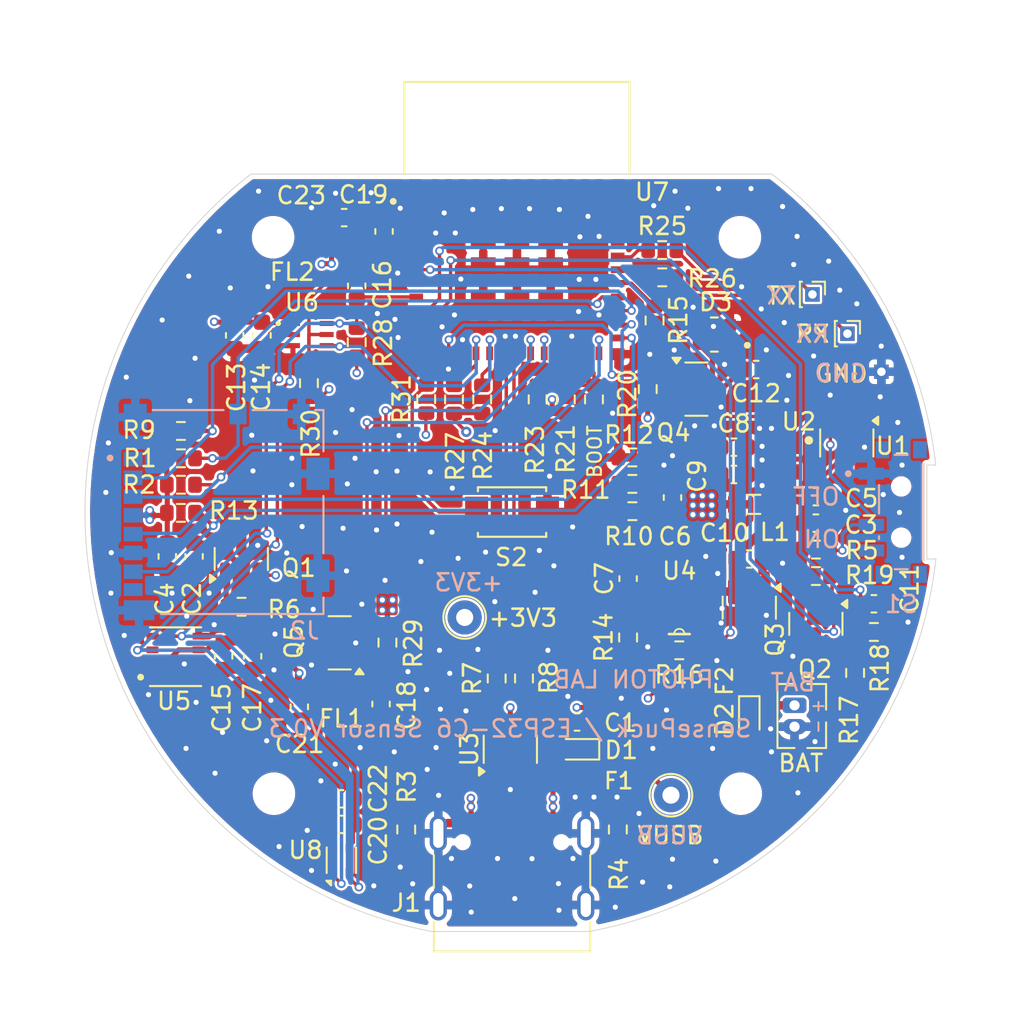
<source format=kicad_pcb>
(kicad_pcb (version 20241229) (generator "pcbnew") (generator_version "9.0")
  (layers (0 "F.Cu" signal) (4 "In1.Cu" signal) (6 "In2.Cu" signal) (2 "B.Cu" signal) (13 "F.Paste" user) (15 "B.Paste" user) (5 "F.SilkS" user "F.Silkscreen") (7 "B.SilkS" user "B.Silkscreen") (1 "F.Mask" user) (3 "B.Mask" user) (25 "Edge.Cuts" user))
  (net 0 "")
  (net 1 "GND")
  (net 2 "Net-(U2-FB)")
  (net 3 "V_USB")
  (net 4 "+3V3")
  (net 5 "VBAT_MEASURE_ADC")
  (net 6 "USB-")
  (net 7 "USB+")
  (net 8 "I2C_SCL")
  (net 9 "I2C_SDA")
  (net 10 "/BOOT")
  (net 11 "Net-(U7-TXD0)")
  (net 12 "Net-(U7-EN)")
  (net 13 "SD_CS")
  (net 14 "SD_MOSI")
  (net 15 "Net-(Q5-D)")
  (net 16 "SD_SCK")
  (net 17 "SD_MISO")
  (net 18 "SD_DETECT")
  (net 19 "VBAT_MEASURE_ON")
  (net 20 "SD_ENABLE")
  (net 21 "V_BAT")
  (net 22 "Net-(U7-3V3)")
  (net 23 "Net-(J1-D+-PadA6)")
  (net 24 "Net-(J1-D--PadA7)")
  (net 26 "Net-(J1-CC1)")
  (net 27 "Net-(J1-CC2)")
  (net 31 "Net-(J5-Pin_1)")
  (net 32 "Net-(U2-SW)")
  (net 33 "Net-(Q2-D)")
  (net 34 "SENSOR_ENABLE")
  (net 35 "Net-(U1-~{RESET})")
  (net 36 "Net-(R7-Pad1)")
  (net 37 "Net-(R8-Pad1)")
  (net 38 "Net-(U4-PROG)")
  (net 39 "Net-(U7-RXD0)")
  (net 40 "Net-(U7-IO8)")
  (net 41 "SD_VDD")
  (net 42 "LED_DATA")
  (net 43 "Net-(Q3-D)")
  (net 44 "LED_ON")
  (net 45 "CHG_STAT")
  (net 46 "LTR_INT")
  (net 47 "+3V3_SENSORS")
  (net 48 "Net-(F1-Pad1)")
  (net 50 "Net-(J4-Pin_1)")
  (net 61 "Net-(R10-Pad1)")
  (net 62 "Net-(D3-VDD)")
  (net 63 "Net-(D2-K)")
  (net 65 "Net-(D3-DI)")
  (net 66 "/BUTTON")
  (footprint "Resistor_SMD:R_0603_1608Metric" (layer "F.Cu") (at 121.6 93.4 -90)
    (property "Reference" "R27")
    (property "Value" "10K")
  )
  (footprint "Resistor_SMD:R_0603_1608Metric" (layer "F.Cu") (at 123.25 93.4 90)
    (property "Reference" "R24")
    (property "Value" "10K")
  )
  (footprint "Resistor_SMD:R_0603_1608Metric" (layer "F.Cu") (at 105.6 100.05 180)
    (property "Reference" "R13")
    (property "Value" "10K")
  )
  (footprint "LTR-390UV-01:LTR-390UV-01" (layer "F.Cu") (at 113.15 89.6 -90)
    (property "Reference" "U6")
    (property "Value" "LTR-390UV-01" (hide yes))
  )
  (footprint "BLM18AG121SN1D:BEADC1608X95N" (layer "F.Cu") (at 115.15 84.31 180)
    (property "Reference" "FL2")
    (property "Value" "BLM18AG121SN1D")
  )
  (footprint "Connector_USB:USB_C_Receptacle_G-Switch_GT-USB-7010ASV" (layer "F.Cu") (at 125 121.95)
    (property "Reference" "J1")
    (property "Value" "GT-USB-7010ASV")
  )
  (footprint "Resistor_SMD:R_0603_1608Metric" (layer "F.Cu") (at 131.8 107.35 90)
    (property "Reference" "R14")
    (property "Value" "5.1k")
  )
  (footprint "Resistor_SMD:R_0603_1608Metric" (layer "F.Cu") (at 145.1 109.425 -90)
    (property "Reference" "R17")
    (property "Value" "100K")
  )
  (footprint "Capacitor_SMD:C_0603_1608Metric" (layer "F.Cu") (at 131.8 103.9 90)
    (property "Reference" "C7")
    (property "Value" "10uF")
  )
  (footprint "Connector_PinHeader_1.00mm:PinHeader_1x01_P1.00mm_Vertical" (layer "F.Cu") (at 142.6 87.25 -90)
    (property "Reference" "J4" (hide yes))
    (property "Value" "TX")
  )
  (footprint "MF-FSMF050X-2:0603-F1608X100N" (layer "F.Cu") (at 138.9 109.15 -90)
    (property "Reference" "F2")
    (property "Value" "MF-FSMF050X-2")
  )
  (footprint "LOGO" (layer "F.Cu") (at 135.4 105.8)
    (property "Reference" "G***" (hide yes))
    (property "Value" "LOGO" (hide yes))
  )
  (footprint "Capacitor_SMD:C_0603_1608Metric" (layer "F.Cu") (at 117.5 83.56 90)
    (property "Reference" "C19")
    (property "Value" "10uF")
  )
  (footprint "Inductor_SMD:L_0805_2012Metric" (layer "F.Cu") (at 139.15 99.55 180)
    (property "Reference" "L1")
    (property "Value" "DFE21CCNR47MELL")
  )
  (footprint "MountingHole:MountingHole_2.2mm_M2" (layer "F.Cu") (at 111.05 116.5)
    (property "Reference" "MH4" (hide yes))
    (property "Value" "MountingHole")
  )
  (footprint "TS-1088-AR02016:SW_TS-1088-AR02016" (layer "F.Cu") (at 125 100)
    (property "Reference" "S2")
    (property "Value" "TS-1088-AR02016")
  )
  (footprint "MountingHole:MountingHole_2.2mm_M2" (layer "F.Cu") (at 138.4 116.5)
    (property "Reference" "MH3" (hide yes))
    (property "Value" "MountingHole")
  )
  (footprint "Resistor_SMD:R_0603_1608Metric" (layer "F.Cu") (at 117.7 107.65 -90)
    (property "Reference" "R29")
    (property "Value" "100K")
  )
  (footprint "BME688:IC_BME688" (layer "F.Cu") (at 105.285 108.475 180)
    (property "Reference" "U5")
    (property "Value" "BME688")
  )
  (footprint "WS2812B2020:LED_WS2812B2020" (layer "F.Cu") (at 136.85 89.6 180)
    (property "Reference" "D3")
    (property "Value" "WS2812B2020")
  )
  (footprint "Resistor_SMD:R_0603_1608Metric" (layer "F.Cu") (at 142.8 103.75 180)
    (property "Reference" "R19")
    (property "Value" "100K")
  )
  (footprint "Capacitor_SMD:C_0603_1608Metric" (layer "F.Cu") (at 115.165 82.75)
    (property "Reference" "C23")
    (property "Value" "10uF")
  )
  (footprint "Package_TO_SOT_SMD:SOT-23-3" (layer "F.Cu") (at 144.6125 95.95 -90)
    (property "Reference" "U1")
    (property "Value" "TLV803EC30DBZR")
  )
  (footprint "Resistor_SMD:R_0603_1608Metric" (layer "F.Cu") (at 133.35 88.775 -90)
    (property "Reference" "R15")
    (property "Value" "100R")
  )
  (footprint "Capacitor_SMD:C_0603_1608Metric" (layer "F.Cu") (at 106.37 102.6 -90)
    (property "Reference" "C2")
    (property "Value" "100nF")
  )
  (footprint "Capacitor_SMD:C_0603_1608Metric" (layer "F.Cu") (at 109.8 108.45 -90)
    (property "Reference" "C17")
    (property "Value" "10uF")
  )
  (footprint "Resistor_SMD:R_0603_1608Metric" (layer "F.Cu") (at 119.97 93.38 90)
    (property "Reference" "R31")
    (property "Value" "100K")
  )
  (footprint "Package_TO_SOT_SMD:SOT-23" (layer "F.Cu") (at 114.9 107.6625 180)
    (property "Reference" "Q5")
    (property "Value" "AO3401A")
  )
  (footprint "Capacitor_SMD:C_0603_1608Metric" (layer "F.Cu") (at 112.5375 111.4125 -90)
    (property "Reference" "C21")
    (property "Value" "100nF")
  )
  (footprint "" (layer "F.Cu") (at 146.64 91.78)
    (property "Reference" "")
    (property "Value" "")
  )
  (footprint "Resistor_SMD:R_0603_1608Metric" (layer "F.Cu") (at 132.95 92.8 -90)
    (property "Reference" "R20")
    (property "Value" "100K")
  )
  (footprint "Resistor_SMD:R_0603_1608Metric" (layer "F.Cu") (at 124.1 109.75 90)
    (property "Reference" "R7")
    (property "Value" "22R")
  )
  (footprint "Resistor_SMD:R_0603_1608Metric" (layer "F.Cu") (at 132.05 98.35 180)
    (property "Reference" "R11")
    (property "Value" "75k")
  )
  (footprint "Resistor_SMD:R_0603_1608Metric" (layer "F.Cu") (at 132.05 96.8)
    (property "Reference" "R12")
    (property "Value" "120k")
  )
  (footprint "Capacitor_SMD:C_0603_1608Metric" (layer "F.Cu") (at 108.1 108.45 -90)
    (property "Reference" "C15")
    (property "Value" "100nF")
  )
  (footprint "Resistor_SMD:R_0603_1608Metric" (layer "F.Cu") (at 131.2 118.6 90)
    (property "Reference" "R4")
    (property "Value" "5.1k")
  )
  (footprint "Package_TO_SOT_SMD:SOT-23" (layer "F.Cu") (at 135.8 92.8)
    (property "Reference" "Q4")
    (property "Value" "AO3401A")
  )
  (footprint "MountingHole:MountingHole_2.2mm_M2" (layer "F.Cu") (at 111 83.9)
    (property "Reference" "MH1" (hide yes))
    (property "Value" "MountingHole")
  )
  (footprint "Resistor_SMD:R_0603_1608Metric" (layer "F.Cu") (at 132.05 99.95)
    (property "Reference" "R10")
    (property "Value" "470k")
  )
  (footprint "Package_TO_SOT_SMD:SOT-23" (layer "F.Cu") (at 138.9 105.6 -90)
    (property "Reference" "Q3")
    (property "Value" "AO3401A")
  )
  (footprint "Diode_SMD:D_SOD-523" (layer "F.Cu") (at 138.9 112.05 -90)
    (property "Reference" "D2")
    (property "Value" "ESD5Z5.0T1G")
  )
  (footprint "Package_TO_SOT_SMD:SOT-23-6" (layer "F.Cu") (at 124.9 113.9 90)
    (property "Reference" "U3")
    (property "Value" "USBLC6-2SC6")
  )
  (footprint "MCP73831T-2ACI_OT:SOT95P280X145-5N" (layer "F.Cu") (at 134.8 105.6 180)
    (property "Reference" "U4")
    (property "Value" "MCP73831T-2ACI_OT")
  )
  (footprint "Resistor_SMD:R_0603_1608Metric" (layer "F.Cu") (at 129.8 93.4 -90)
    (property "Reference" "BOOT")
    (property "Value" "0R")
  )
  (footprint "Capacitor_SMD:C_0603_1608Metric" (layer "F.Cu") (at 138 97.8)
    (property "Reference" "C9")
    (property "Value" "10uF")
  )
  (footprint "Capacitor_SMD:C_0603_1608Metric" (layer "F.Cu") (at 117.325 111.25 -90)
    (property "Reference" "C18")
    (property "Value" "10uF")
  )
  (footprint "Sensor_Humidity:Sensirion_DFN-4_1.5x1.5mm_P0.8mm_SHT4x_NoCentralPad" (layer "F.Cu") (at 115 120.4 90)
    (property "Reference" "U8")
    (property "Value" "SHT40-AD1B-R3CT-ND")
  )
  (footprint "Capacitor_SMD:C_0603_1608Metric" (layer "F.Cu") (at 146.2 105.375)
    (property "Reference" "C11")
    (property "Value" "100nF")
  )
  (footprint "Resistor_SMD:R_0603_1608Metric" (layer "F.Cu") (at 125.7 109.75 90)
    (property "Reference" "R8")
    (property "Value" "22R")
  )
  (footprint "Capacitor_SMD:C_0603_1608Metric" (layer "F.Cu") (at 134.4 99.15 90)
    (property "Reference" "C6")
    (property "Value" "100pF")
  )
  (footprint "Capacitor_SMD:C_0603_1608Metric" (layer "F.Cu") (at 104.8 102.6 -90)
    (property "Reference" "C4")
    (property "Value" "10uF")
  )
  (footprint "Connector_Pin:Pin_D1.0mm_L10.0mm" (layer "F.Cu") (at 122.225 106.175)
    (property "Reference" "TP2" (hide yes))
    (property "Value" "3V3")
  )
  (footprint "Resistor_SMD:R_0603_1608Metric" (layer "F.Cu") (at 133.8 84.65)
    (property "Reference" "R25")
    (property "Value" "100R")
  )
  (footprint "Capacitor_SMD:C_0603_1608Metric" (layer "F.Cu") (at 138 96.2)
    (property "Reference" "C8")
    (property "Value" "10uF")
  )
  (footprint "Connector_Pin:Pin_D1.0mm_L10.0mm" (layer "F.Cu") (at 134.31 116.59)
    (property "Reference" "TP1" (hide yes))
    (property "Value" "V_USB")
  )
  (footprint "Resistor_SMD:R_0603_1608Metric" (layer "F.Cu") (at 126.5 93.4 90)
    (property "Reference" "R23")
    (property "Value" "10k")
  )
  (footprint "Package_TO_SOT_SMD:SOT-23" (layer "F.Cu") (at 109.1375 102.75 90)
    (property "Reference" "Q1")
    (property "Value" "AO3401A")
  )
  (footprint "Resistor_SMD:R_0603_1608Metric" (layer "F.Cu") (at 146.2 107.025 180)
    (property "Reference" "R18")
    (property "Value" "100K")
  )
  (footprint "MountingHole:MountingHole_2.2mm_M2" (layer "F.Cu") (at 138.35 83.9)
    (property "Reference" "MH2" (hide yes))
    (property "Value" "MountingHole")
  )
  (footprint "Resistor_SMD:R_0603_1608Metric" (layer "F.Cu") (at 113.1 92.45 90)
    (property "Reference" "R30")
    (property "Value" "10K")
  )
  (footprint "Capacitor_SMD:C_0603_1608Metric" (layer "F.Cu") (at 110.35 89.65 -90)
    (property "Reference" "C14")
    (property "Value" "100nF")
  )
  (footprint "Capacitor_SMD:C_0603_1608Metric" (layer "F.Cu") (at 142.8 99.1)
    (property "Reference" "C5")
    (property "Value" "10uF")
  )
  (footprint "Capacitor_SMD:C_0603_1608Metric" (layer "F.Cu") (at 114.975 116.8 180)
    (property "Reference" "C22")
    (property "Value" "1uF")
  )
  (footprint "TPS62821DLCR:SON50P150X200X100-8N" (layer "F.Cu") (at 140.9875 96.9 -90)
    (property "Reference" "U2")
    (property "Value" "TPS62821DLCR" (hide yes))
  )
  (footprint "BLM18AG121SN1D:BEADC1608X95N" (layer "F.Cu") (at 114.9375 110.4125 180)
    (property "Reference" "FL1")
    (property "Value" "BLM18AG121SN1D")
  )
  (footprint "Resistor_SMD:R_0603_1608Metric" (layer "F.Cu") (at 105.6 98.4 180)
    (property "Reference" "R2")
    (property "Value" "10K")
  )
  (footprint "Resistor_SMD:R_0603_1608Metric" (layer "F.Cu") (at 128.15 93.4 90)
    (property "Reference" "R21")
    (property "Value" "10k")
  )
  (footprint "ESP32-C6-MINI-1-N4:XCVR_ESP32-C6-MINI-1-N4" (layer "F.Cu") (at 125.2875 85.8)
    (property "Reference" "U7")
    (property "Value" "ESP32-C6-MINI-1-N4")
  )
  (footprint "MF-FSMF050X-2:0603-F1608X100N" (layer "F.Cu") (at 128.8 115.55)
    (property "Reference" "F1")
    (property "Value" "MF-FSMF050X-2")
  )
  (footprint "Resistor_SMD:R_0603_1608Metric" (layer "F.Cu") (at 105.6 95.25 180)
    (property "Reference" "R9")
    (property "Value" "10K")
  )
  (footprint "Resistor_SMD:R_0603_1608Metric" (layer "F.Cu") (at 118.8 118.6 90)
    (property "Reference" "R3")
    (property "Value" "5.1k")
  )
  (footprint "Package_TO_SOT_SMD:SOT-23" (layer "F.Cu") (at 142.8 106.55 -90)
    (property "Reference" "Q2")
    (property "Value" "AO3401A")
  )
  (footprint "Resistor_SMD:R_0603_1608Metric" (layer "F.Cu") (at 115.9 90.05 -90)
    (property "Reference" "R28")
    (property "Value" "100K")
  )
  (footprint "Connector_Hirose:Hirose_DF13-02P-1.25DSA_1x02_P1.25mm_Vertical" (layer "F.Cu") (at 141.55 111.325 -90)
    (property "Reference" "J3" (hide yes))
    (property "Value" "BATTERY")
  )
  (footprint "Capacitor_SMD:C_0603_1608Metric" (layer "F.Cu") (at 138.9 102.75)
    (property "Reference" "C10")
    (property "Value" "10uF")
  )
  (footprint "Capacitor_SMD:C_0603_1608Metric" (layer "F.Cu") (at 142.8 100.65)
    (property "Reference" "C3")
    (property "Value" "100nF")
  )
  (footprint "Capacitor_SMD:C_0603_1608Metric" (layer "F.Cu") (at 128.81 112.3 180)
    (property "Reference" "C1")
    (property "Value" "100nF")
  )
  (footprint "Resistor_SMD:R_0603_1608Metric" (layer "F.Cu") (at 105.6 96.85 180)
    (property "Reference" "R1")
    (property "Value" "10K")
  )
  (footprint "Capacitor_SMD:C_0603_1608Metric" (layer "F.Cu") (at 108.75 89.65 -90)
    (property "Reference" "C13")
    (property "Value" "1uF")
  )
  (footprint "Diode_SMD:D_SOD-523" (layer "F.Cu") (at 128.8475 113.9 180)
    (property "Reference" "D1")
    (property "Value" "ESD5Z5.0T1G")
  )
  (footprint "Connector_PinHeader_1.00mm:PinHeader_1x01_P1.00mm_Vertical" (layer "F.Cu") (at 144.65 89.55 -90)
    (property "Reference" "J5" (hide yes))
    (property "Value" "RX")
  )
  (footprint "Capacitor_SMD:C_0603_1608Metric" (layer "F.Cu") (at 115.9 86.75 -90)
    (property "Reference" "C16")
    (property "Value" "100nF")
  )
  (footprint "Resistor_SMD:R_0603_1608Metric" (layer "F.Cu") (at 109.15 105.55 180)
    (property "Reference" "R6")
    (property "Value" "100K")
  )
  (footprint "Resistor_SMD:R_0603_1608Metric" (layer "F.Cu") (at 142.8 102.2 180)
    (property "Reference" "R5")
    (property "Value" "1M")
  )
  (footprint "Capacitor_SMD:C_0603_1608Metric" (layer "F.Cu") (at 114.975 118.3 180)
    (property "Reference" "C20")
    (property "Value" "100nF")
  )
  (footprint "Capacitor_SMD:C_0603_1608Metric" (layer "F.Cu") (at 139.3 91.65)
    (property "Reference" "C12")
    (property "Value" "100nF")
  )
  (footprint "Resistor_SMD:R_0603_1608Metric" (layer "F.Cu") (at 134.8 108.1 180)
    (property "Reference" "R16")
    (property "Value" "100K")
  )
  (footprint "Resistor_SMD:R_0603_1608Metric" (layer "F.Cu") (at 133.8 86.25 180)
    (property "Reference" "R26")
    (property "Value" "100R")
  )
  (footprint "104031-0811:MOLEX_104031-0811" (layer "B.Cu") (at 108.25 100 90)
    (property "Reference" "J2")
    (property "Value" "104031-0811")
  )
  (footprint "SSSS811101:SW_SSSS811101" (layer "B.Cu") (at 147.8 100 -90)
    (property "Reference" "S1")
    (property "Value" "SSSS811101")
  )
  (gr_line (start 109.7 80.2) (end 140.222272 80.2) (stroke (width 0.05)) (layer "Edge.Cuts"))
  (gr_arc (start 149.832524 102.748066) (mid 143.281375 117.029312) (end 129.5 124.575518) (stroke (width 0.05)) (layer "Edge.Cuts"))
  (gr_line (start 149.832524 102.748066) (end 149.3 102.75) (stroke (width 0.05)) (layer "Edge.Cuts"))
  (gr_arc (start 120.3 124.575518) (mid 100.66367 105.812842) (end 109.701025 80.201327) (stroke (width 0.05)) (layer "Edge.Cuts"))
  (gr_line (start 149.3 102.75) (end 149.3 97.25) (stroke (width 0.05)) (layer "Edge.Cuts"))
  (gr_arc (start 140.222273 80.2) (mid 146.762058 87.745595) (end 149.823278 97.25) (stroke (width 0.05)) (layer "Edge.Cuts"))
  (gr_line (start 149.823278 97.25) (end 149.3 97.25) (stroke (width 0.05)) (layer "Edge.Cuts"))
  (gr_line (start 120.3 124.575518) (end 129.5 124.575518) (stroke (width 0.05)) (layer "Edge.Cuts"))
  (gr_curve (pts (xy 139.25 80.2) (xy 139.25 80.2) (xy 139.25 80.2) (xy 139.25 80.2)) (stroke (width 0.05)) (layer "Edge.Cuts"))
  (gr_text "TX" (at 139.82 87.92 0) (layer "F.SilkS") (effects (font (size 1 1)) (justify left bottom)))
  (gr_text "BAT" (at 140.51 115.3 0) (layer "F.SilkS") (effects (font (size 1 1)) (justify left bottom)))
  (gr_text "+3V3" (at 123.54 106.79 0) (layer "F.SilkS") (effects (font (size 1 1)) (justify left bottom)))
  (gr_text "RX" (at 141.54 90.15 0) (layer "F.SilkS") (effects (font (size 1 1)) (justify left bottom)))
  (gr_text "GND" (at 142.68 92.48 0) (layer "F.SilkS") (effects (font (size 1 1)) (justify left bottom)))
  (gr_text "VUSB" (at 134.29 118.94 0) (layer "F.SilkS") (effects (font (size 1 1))))
  (gr_text "ON\n" (at 143.15 101.6 0) (layer "B.SilkS") (effects (font (size 1 1)) (justify mirror)))
  (gr_text "TX" (at 141.73 87.91 0) (layer "B.SilkS") (effects (font (size 1 1)) (justify left bottom mirror)))
  (gr_text "VUSB" (at 134.21 118.95 0) (layer "B.SilkS") (effects (font (size 1 1)) (justify mirror)))
  (gr_text "+3V3" (at 122.46 104.13 0) (layer "B.SilkS") (effects (font (size 1 1)) (justify mirror)))
  (gr_text "RX" (at 143.67 90.16 0) (layer "B.SilkS") (effects (font (size 1 1)) (justify left bottom mirror)))
  (gr_text "GND" (at 145.87 92.45 0) (layer "B.SilkS") (effects (font (size 1 1)) (justify left bottom mirror)))
  (gr_text "BAT" (at 142.87 110.57 0) (layer "B.SilkS") (effects (font (size 1 1)) (justify left bottom mirror)))
  (gr_text "SensePuck / ESP32-C6 Sensor V0.3" (at 139.125 113.275 0) (layer "B.SilkS") (effects (font (size 1 1)) (justify left bottom mirror)))
  (gr_text "OFF" (at 142.8 99.1 0) (layer "B.SilkS") (effects (font (size 1 1)) (justify mirror)))
  (gr_text "PHOTON LAB" (at 136.9 110.4 0) (layer "B.SilkS") (effects (font (size 1 1)) (justify left bottom mirror)))
  (segment (start 136.0954 105.6) (end 135.7398 105.6) (width 0.2) (layer "F.Cu") (net 1))
  (segment (start 140.05 98.45) (end 139.65 98.45) (width 0.2) (layer "F.Cu") (net 1))
  (segment (start 140.175 96.95) (end 140.2375 97.0125) (width 0.2) (layer "F.Cu") (net 1))
  (segment (start 140.2375 97.7) (end 140.2375 98.2625) (width 0.2) (layer "F.Cu") (net 1))
  (segment (start 139.65 96.95) (end 140.175 96.95) (width 0.2) (layer "F.Cu") (net 1))
  (segment (start 107.175 108.875) (end 107.525 109.225) (width 0.3) (layer "F.Cu") (net 1))
  (segment (start 140.5395 95.1) (end 140.2 95.1) (width 0.25) (layer "F.Cu") (net 1))
  (segment (start 105.825 108.875) (end 105.8 108.9) (width 0.3) (layer "F.Cu") (net 1))
  (segment (start 140.2375 98.2625) (end 140.05 98.45) (width 0.2) (layer "F.Cu") (net 1))
  (segment (start 107.525 109.225) (end 108.1 109.225) (width 0.3) (layer "F.Cu") (net 1))
  (segment (start 114.95 86.75) (end 114.9 86.75) (width 0.3) (layer "F.Cu") (net 1))
  (segment (start 140.7375 95.298) (end 140.5395 95.1) (width 0.25) (layer "F.Cu") (net 1))
  (segment (start 114.2 119.097802) (end 114.2 118.3) (width 0.2) (layer "F.Cu") (net 1))
  (segment (start 135.61 105.6) (end 135.12 105.11) (width 0.3) (layer "F.Cu") (net 1))
  (segment (start 139.65 98.45) (end 139.65 96.95) (width 0.2) (layer "F.Cu") (net 1))
  (segment (start 140.7375 96.1) (end 140.7375 95.298) (width 0.25) (layer "F.Cu") (net 1))
  (segment (start 106.635 108.875) (end 107.175 108.875) (width 0.3) (layer "F.Cu") (net 1))
  (segment (start 115.725 85.975) (end 114.95 86.75) (width 0.3) (layer "F.Cu") (net 1))
  (segment (start 135.7398 105.6) (end 135.61 105.6) (width 0.3) (layer "F.Cu") (net 1))
  (segment (start 115.9 85.975) (end 115.725 85.975) (width 0.3) (layer "F.Cu") (net 1))
  (segment (start 114.6 119.497802) (end 114.2 119.097802) (width 0.2) (layer "F.Cu") (net 1))
  (segment (start 114.6 119.7) (end 114.6 119.497802) (width 0.2) (layer "F.Cu") (net 1))
  (segment (start 127.1 99.975) (end 127.075 100) (width 0.3) (layer "F.Cu") (net 1))
  (segment (start 106.635 108.875) (end 105.825 108.875) (width 0.3) (layer "F.Cu") (net 1))
  (segment (start 140.2375 97.0125) (end 140.2375 97.7) (width 0.2) (layer "F.Cu") (net 1))
  (via (at 110.1 101.95) (size 0.5) (drill 0.3) (layers "F.Cu" "B.Cu") (net 1))
  (via (at 120.75 108.1) (size 0.5) (drill 0.3) (layers "F.Cu" "B.Cu") (net 1))
  (via (at 137.3 105.65) (size 0.5) (drill 0.3) (layers "F.Cu" "B.Cu") (net 1))
  (via (at 120.55 113.8) (size 0.5) (drill 0.3) (layers "F.Cu" "B.Cu") (net 1))
  (via (at 141.1 93.45) (size 0.5) (drill 0.3) (layers "F.Cu" "B.Cu") (net 1))
  (via (at 139.9 106.05) (size 0.5) (drill 0.3) (layers "F.Cu" "B.Cu") (net 1))
  (via (at 118.38 95.52) (size 0.5) (drill 0.3) (layers "F.Cu" "B.Cu") (net 1))
  (via (at 120.2 97.65) (size 0.5) (drill 0.3) (layers "F.Cu" "B.Cu") (net 1))
  (via (at 127.2 97.9) (size 0.5) (drill 0.3) (layers "F.Cu" "B.Cu") (net 1))
  (via (at 111.35 119.6) (size 0.5) (drill 0.3) (layers "F.Cu" "B.Cu") (net 1))
  (via (at 117.06 101.05) (size 0.5) (drill 0.3) (layers "F.Cu" "B.Cu") (net 1))
  (via (at 133.07 90.76) (size 0.5) (drill 0.3) (layers "F.Cu" "B.Cu") (net 1))
  (via (at 105.8 108.9) (size 0.5) (drill 0.3) (layers "F.Cu" "B.Cu") (net 1))
  (via (at 139.9 90.5) (size 0.5) (drill 0.3) (layers "F.Cu" "B.Cu") (net 1))
  (via (at 131.4 110.91) (size 0.5) (drill 0.3) (layers "F.Cu" "B.Cu") (net 1))
  (via (at 136.75 113.85) (size 0.5) (drill 0.3) (layers "F.Cu" "B.Cu") (net 1))
  (via (at 135.3 82.2) (size 0.5) (drill 0.3) (layers "F.Cu" "B.Cu") (net 1))
  (via (at 126.6 102.25) (size 0.5) (drill 0.3) (layers "F.Cu" "B.Cu") (net 1))
  (via (at 116.9 121.9) (size 0.5) (drill 0.3) (layers "F.Cu" "B.Cu") (net 1))
  (via (at 102.4 92.1) (size 0.5) (drill 0.3) (layers "F.Cu" "B.Cu") (net 1))
  (via (at 116.74 81.29) (size 0.5) (drill 0.3) (layers "F.Cu" "B.Cu") (net 1))
  (via (at 101.5 104.75) (size 0.5) (drill 0.3) (layers "F.Cu" "B.Cu") (net 1))
  (via (at 128.55 100.875) (size 0.5) (drill 0.3) (layers "F.Cu" "B.Cu") (net 1))
  (via (at 110.87 111.03) (size 0.5) (drill 0.3) (layers "F.Cu" "B.Cu") (net 1))
  (via (at 109.82 97.59) (size 0.5) (drill 0.3) (layers "F.Cu" "B.Cu") (net 1))
  (via (at 106.49 111.15) (size 0.5) (drill 0.3) (layers "F.Cu" "B.Cu") (net 1))
  (via (at 123.99 105.25) (size 0.5) (drill 0.3) (layers "F.Cu" "B.Cu") (net 1))
  (via (at 123 108.05) (size 0.5) (drill 0.3) (layers "F.Cu" "B.Cu") (net 1))
  (via (at 135.7 94.95) (size 0.5) (drill 0.3) (layers "F.Cu" "B.Cu") (net 1))
  (via (at 109.91 92.27) (size 0.5) (drill 0.3) (layers "F.Cu" "B.Cu") (net 1))
  (via (at 134.4 96.7) (size 0.5) (drill 0.3) (layers "F.Cu" "B.Cu") (net 1))
  (via (at 120.9 89.15) (size 0.5) (drill 0.3) (layers "F.Cu" "B.Cu") (net 1))
  (via (at 115.84 107.67) (size 0.5) (drill 0.3) (layers "F.Cu" "B.Cu") (net 1))
  (via (at 119.18 121.78) (size 0.5) (drill 0.3) (layers "F.Cu" "B.Cu") (net 1))
  (via (at 141.75 116.45) (size 0.5) (drill 0.3) (layers "F.Cu" "B.Cu") (net 1))
  (via (at 128.27 110.8) (size 0.5) (drill 0.3) (layers "F.Cu" "B.Cu") (net 1))
  (via (at 110.7 86.8) (size 0.5) (drill 0.3) (layers "F.Cu" "B.Cu") (net 1))
  (via (at 120.31 101.18) (size 0.5) (drill 0.3) (layers "F.Cu" "B.Cu") (net 1))
  (via (at 112.7 100.85) (size 0.5) (drill 0.3) (layers "F.Cu" "B.Cu") (net 1))
  (via (at 148.2 106.45) (size 0.5) (drill 0.3) (layers "F.Cu" "B.Cu") (net 1))
  (via (at 116.2 105.4) (size 0.5) (drill 0.3) (layers "F.Cu" "B.Cu") (net 1))
  (via (at 118.26 100.7) (size 0.5) (drill 0.3) (layers "F.Cu" "B.Cu") (net 1))
  (via (at 137.45 91.35) (size 0.5) (drill 0.3) (layers "F.Cu" "B.Cu") (net 1))
  (via (at 142.75 113.45) (size 0.5) (drill 0.3) (layers "F.Cu" "B.Cu") (net 1))
  (via (at 121.275 91.625) (size 0.5) (drill 0.3) (layers "F.Cu" "B.Cu") (net 1))
  (via (at 115.3 103.45) (size 0.5) (drill 0.3) (layers "F.Cu" "B.Cu") (net 1))
  (via (at 118.3 86) (size 0.5) (drill 0.3) (layers "F.Cu" "B.Cu") (net 1))
  (via (at 122.52 121.91) (size 0.5) (drill 0.3) (layers "F.Cu" "B.Cu") (net 1))
  (via (at 146.75 98.975) (size 0.5) (drill 0.3) (layers "F.Cu" "B.Cu") (net 1))
  (via (at 108.04 112.91) (size 0.5) (drill 0.3) (layers "F.Cu" "B.Cu") (net 1))
  (via (at 132.65 121.68) (size 0.5) (drill 0.3) (layers "F.Cu" "B.Cu") (net 1))
  (via (at 127.75 123.33) (size 0.5) (drill 0.3) (layers "F.Cu" "B.Cu") (net 1))
  (via (at 139.65 96.15) (size 0.5) (drill 0.3) (layers "F.Cu" "B.Cu") (net 1))
  (via (at 113.25 121) (size 0.5) (drill 0.3) (layers "F.Cu" "B.Cu") (net 1))
  (via (at 121.675 83.65) (size 0.5) (drill 0.3) (layers "F.Cu" "B.Cu") (net 1))
  (via (at 145.65 96.2) (size 0.5) (drill 0.3) (layers "F.Cu" "B.Cu") (net 1))
  (via (at 133.3 82.05) (size 0.5) (drill 0.3) (layers "F.Cu" "B.Cu") (net 1))
  (via (at 126.35 104.7) (size 0.5) (drill 0.3) (layers "F.Cu" "B.Cu") (net 1))
  (via (at 133.25 113.85) (size 0.5) (drill 0.3) (layers "F.Cu" "B.Cu") (net 1))
  (via (at 132.44 117.66) (size 0.5) (drill 0.3) (layers "F.Cu" "B.Cu") (net 1))
  (via (at 128.7 116.7) (size 0.5) (drill 0.3) (layers "F.Cu" "B.Cu") (net 1))
  (via (at 118.45 82.2) (size 0.5) (drill 0.3) (layers "F.Cu" "B.Cu") (net 1))
  (via (at 140.2 114.05) (size 0.5) (drill 0.3) (layers "F.Cu" "B.Cu") (net 1))
  (via (at 113.25 108.96) (size 0.5) (drill 0.3) (layers "F.Cu" "B.Cu") (net 1))
  (via (at 116.1 113.8) (size 0.5) (drill 0.3) (layers "F.Cu" "B.Cu") (net 1))
  (via (at 139.6 88.1) (size 0.5) (drill 0.3) (layers "F.Cu" "B.Cu") (net 1))
  (via (at 118.45 120.8) (size 0.5) (drill 0.3) (layers "F.Cu" "B.Cu") (net 1))
  (via (at 130.89 94.21) (size 0.5) (drill 0.3) (layers "F.Cu" "B.Cu") (net 1))
  (via (at 125.16 122.65) (size 0.5) (drill 0.3) (layers "F.Cu" "B.Cu") (net 1))
  (via (at 134.05 111.6) (size 0.5) (drill 0.3) (layers "F.Cu" "B.Cu") (net 1))
  (via (at 136.85 94.95) (size 0.5) (drill 0.3) (layers "F.Cu" "B.Cu") (net 1))
  (via (at 126.17 120.31) (size 0.5) (drill 0.3) (layers "F.Cu" "B.Cu") (net 1))
  (via (at 131.05 123.15) (size 0.5) (drill 0.3) (layers "F.Cu" "B.Cu") (net 1))
  (via (at 129.45 82.675) (size 0.5) (drill 0.3) (layers "F.Cu" "B.Cu") (net 1))
  (via (at 105.94 106.1) (size 0.5) (drill 0.3) (layers "F.Cu" "B.Cu") (net 1))
  (via (at 139.5 95.1) (size 0.5) (drill 0.3) (layers "F.Cu" "B.Cu") (net 1))
  (via (at 111.11 107.15) (size 0.5) (drill 0.3) (layers "F.Cu" "B.Cu") (net 1))
  (via (at 101.2 98.85) (size 0.5) (drill 0.3) (layers "F.Cu" "B.Cu") (net 1))
  (via (at 114.66 81.32) (size 0.5) (drill 0.3) (layers "F.Cu" "B.Cu") (net 1))
  (via (at 135.61 88) (size 0.5) (drill 0.3) (layers "F.Cu" "B.Cu") (net 1))
  (via (at 120 110.4) (size 0.5) (drill 0.3) (layers "F.Cu" "B.Cu") (net 1))
  (via (at 128.5 89.7) (size 0.5) (drill 0.3) (layers "F.Cu" "B.Cu") (net 1))
  (via (at 137.25 93.85) (size 0.5) (drill 0.3) (layers "F.Cu" "B.Cu") (net 1))
  (via (at 128.975 83.875) (size 0.5) (drill 0.3) (layers "F.Cu" "B.Cu") (net 1))
  (via (at 113.25 82.17) (size 0.5) (drill 0.3) (layers "F.Cu" "B.Cu") (net 1))
  (via (at 112.1 98.4) (size 0.5) (drill 0.3) (layers "F.Cu" "B.Cu") (net 1))
  (via (at 140.85 103) (size 0.5) (drill 0.3) (layers "F.Cu" "B.Cu") (net 1))
  (via (at 107.55 106.6) (size 0.5) (drill 0.3) (layers "F.Cu" "B.Cu") (net 1))
  (via (at 107.85 83.55) (size 0.5) (drill 0.3) (layers "F.Cu" "B.Cu") (net 1))
  (via (at 118.14 88.71) (size 0.5) (drill 0.3) (layers "F.Cu" "B.Cu") (net 1))
  (via (at 104.5 88.75) (size 0.5) (drill 0.3) (layers "F.Cu" "B.Cu") (net 1))
  (via (at 146.63 90.28) (size 0.5) (drill 0.3) (layers "F.Cu" "B.Cu") (net 1))
  (via (at 122 86.35) (size 0.5) (drill 0.3) (layers "F.Cu" "B.Cu") (net 1))
  (via (at 129.8 116.7) (size 0.5) (drill 0.3) (layers "F.Cu" "B.Cu") (net 1))
  (via (at 132.95 107.9) (size 0.5) (drill 0.3) (layers "F.Cu" "B.Cu") (net 1))
  (via (at 124.375 82.225) (size 0.5) (drill 0.3) (layers "F.Cu" "B.Cu") (net 1))
  (via (at 137.25 106.5) (size 0.5) (drill 0.3) (layers "F.Cu" "B.Cu") (net 1))
  (via (at 124.01 95.23) (size 0.5) (drill 0.3) (layers "F.Cu" "B.Cu") (net 1))
  (via (at 147.85 102.65) (size 0.5) (drill 0.3) (layers "F.Cu" "B.Cu") (net 1))
  (via (at 117.04 97.64) (size 0.5) (drill 0.3) (layers "F.Cu" "B.Cu") (net 1))
  (via (at 147.7 100.025) (size 0.5) (drill 0.3) (layers "F.Cu" "B.Cu") (net 1))
  (via (at 146.57 93.25) (size 0.5) (drill 0.3) (layers "F.Cu" "B.Cu") (net 1))
  (via (at 144.2 87) (size 0.5) (drill 0.3) (layers "F.Cu" "B.Cu") (net 1))
  (via (at 115.1 100.95) (size 0.5) (drill 0.3) (layers "F.Cu" "B.Cu") (net 1))
  (via (at 127.775 82.275) (size 0.5) (drill 0.3) (layers "F.Cu" "B.Cu") (net 1))
  (via (at 124.6 89.7) (size 0.5) (drill 0.3) (layers "F.Cu" "B.Cu") (net 1))
  (via (at 137 108.7) (size 0.5) (drill 0.3) (layers "F.Cu" "B.Cu") (net 1))
  (via (at 115.625 94) (size 0.5) (drill 0.3) (layers "F.Cu" "B.Cu") (net 1))
  (via (at 127.45 103.15) (size 0.5) (drill 0.3) (layers "F.Cu" "B.Cu") (net 1))
  (via (at 120.7 116.6) (size 0.5) (drill 0.3) (layers "F.Cu" "B.Cu") (net 1))
  (via (at 128.9 88.25) (size 0.5) (drill 0.3) (layers "F.Cu" "B.Cu") (net 1))
  (via (at 138.45 86.8) (size 0.5) (drill 0.3) (layers "F.Cu" "B.Cu") (net 1))
  (via (at 107.25 104.75) (size 0.5) (drill 0.3) (layers "F.Cu" "B.Cu") (net 1))
  (via (at 128.57 120.3) (size 0.5) (drill 0.3) (layers "F.Cu" "B.Cu") (net 1))
  (via (at 114.66 95.34) (size 0.5) (drill 0.3) (layers "F.Cu" "B.Cu") (net 1))
  (via (at 145.2 87.8) (size 0.5) (drill 0.3) (layers "F.Cu" "B.Cu") (net 1))
  (via (at 118.9 109.35) (size 0.5) (drill 0.3) (layers "F.Cu" "B.Cu") (net 1))
  (via (at 121.5 98.6) (size 0.5) (drill 0.3) (layers "F.Cu" "B.Cu") (net 1))
  (via (at 117.56 104) (size 0.5) (drill 0.3) (layers "F.Cu" "B.Cu") (net 1))
  (via (at 140.2 95.1) (size 0.5) (drill 0.3) (layers "F.Cu" "B.Cu") (net 1))
  (via (at 136.8 89.125) (size 0.5) (drill 0.3) (layers "F.Cu" "B.Cu") (net 1))
  (via (at 123.45 102.35) (size 0.5) (drill 0.3) (layers "F.Cu" "B.Cu") (net 1))
  (via (at 139 81.05) (size 0.5) (drill 0.3) (layers "F.Cu" "B.Cu") (net 1))
  (via (at 141.45 108.45) (size 0.5) (drill 0.3) (layers "F.Cu" "B.Cu") (net 1))
  (via (at 125.2 89.7) (size 0.5) (drill 0.3) (layers "F.Cu" "B.Cu") (net 1))
  (via (at 137.1 81.05) (size 0.5) (drill 0.3) (layers "F.Cu" "B.Cu") (net 1))
  (via (at 136.94 120.45) (size 0.5) (drill 0.3) (layers "F.Cu" "B.Cu") (net 1))
  (via (at 137.05 103.6) (size 0.5) (drill 0.3) (layers "F.Cu" "B.Cu") (net 1))
  (via (at 122.7 82.275) (size 0.5) (drill 0.3) (layers "F.Cu" "B.Cu") (net 1))
  (via (at 141.7 83.85) (size 0.5) (drill 0.3) (layers "F.Cu" "B.Cu") (net 1))
  (via (at 134.24 121.96) (size 0.5) (drill 0.3) (layers "F.Cu" "B.Cu") (net 1))
  (via (at 102.28 107.23) (size 0.5) (drill 0.3) (layers "F.Cu" "B.Cu") (net 1))
  (via (at 139.65 96.95) (size 0.5) (drill 0.3) (layers "F.Cu" "B.Cu") (net 1))
  (via (at 113 118.65) (size 0.5) (drill 0.3) (layers "F.Cu" "B.Cu") (net 1))
  (via (at 131.15 116.7) (size 0.5) (drill 0.3) (layers "F.Cu" "B.Cu") (net 1))
  (via (at 109.75 95.5) (size 0.5) (drill 0.3) (layers "F.Cu" "B.Cu") (net 1))
  (via (at 126.025 82.225) (size 0.5) (drill 0.3) (layers "F.Cu" "B.Cu") (net 1))
  (via (at 140.85 82.1) (size 0.5) (drill 0.3) (layers "F.Cu" "B.Cu") (net 1))
  (via (at 110.15 81.2) (size 0.5) (drill 0.3) (layers "F.Cu" "B.Cu") (net 1))
  (via (at 127.1 108.1) (size 0.5) (drill 0.3) (layers "F.Cu" "B.Cu") (net 1))
  (via (at 115.8 96.85) (size 0.5) (drill 0.3) (layers "F.Cu" "B.Cu") (net 1))
  (via (at 143.64 93.15) (size 0.5) (drill 0.3) (layers "F.Cu" "B.Cu") (net 1))
  (via (at 124.9 116.26) (size 0.5) (drill 0.3) (layers "F.Cu" "B.Cu") (net 1))
  (via (at 140.95 88.9) (size 0.5) (drill 0.3) (layers "F.Cu" "B.Cu") (net 1))
  (via (at 110.625 113.4) (size 0.5) (drill 0.3) (layers "F.Cu" "B.Cu") (net 1))
  (via (at 141.2 92) (size 0.5) (drill 0.3) (layers "F.Cu" "B.Cu") (net 1))
  (via (at 143.55 85.3) (size 0.5) (drill 0.3) (layers "F.Cu" "B.Cu") (net 1))
  (via (at 130.09 88.45) (size 0.5) (drill 0.3) (layers "F.Cu" "B.Cu") (net 1))
  (via (at 113.35 105.7) (size 0.5) (drill 0.3) (layers "F.Cu" "B.Cu") (net 1))
  (via (at 101.52 102.38) (size 0.5) (drill 0.3) (layers "F.Cu" "B.Cu") (net 1))
  (via (at 106.43 90.99) (size 0.5) (drill 0.3) (layers "F.Cu" "B.Cu") (net 1))
  (via (at 121.025 82.475) (size 0.5) (drill 0.3) (layers "F.Cu" "B.Cu") (net 1))
  (via (at 111.05 109.25) (size 0.5) (drill 0.3) (layers "F.Cu" "B.Cu") (net 1))
  (via (at 105.08 104.75) (size 0.5) (drill 0.3) (layers "F.Cu" "B.Cu") (net 1))
  (via (at 134.5 90.51) (size 0.5) (drill 0.3) (layers "F.Cu" "B.Cu") (net 1))
  (via (at 139.65 98.45) (size 0.5) (drill 0.3) (layers "F.Cu" "B.Cu") (net 1))
  (via (at 106.06 86.18) (size 0.5) (drill 0.3) (layers "F.Cu" "B.Cu") (net 1))
  (via (at 144.55 99.9) (size 0.5) (drill 0.3) (layers "F.Cu" "B.Cu") (net 1))
  (via (at 121.35 109.45) (size 0.5) (drill 0.3) (layers "F.Cu" "B.Cu") (net 1))
  (via (at 119.66 102.9) (size 0.5) (drill 0.3) (layers "F.Cu" "B.Cu") (net 1))
  (via (at 133.9 97.25) (size 0.5) (drill 0.3) (layers "F.Cu" "B.Cu") (net 1))
  (via (at 147.6 94.75) (size 0.5) (drill 0.3) (layers "F.Cu" "B.Cu") (net 1))
  (via (at 118.1 114.05) (size 0.5) (drill 0.3) (layers "F.Cu" "B.Cu") (net 1))
  (via (at 114.64 114.77) (size 0.5) (drill 0.3) (layers "F.Cu" "B.Cu") (net 1))
  (via (at 120.03 115.08) (size 0.5) (drill 0.3) (layers "F.Cu" "B.Cu") (net 1))
  (via (at 117.11 88.37) (size 0.5) (drill 0.3) (layers "F.Cu" "B.Cu") (net 1))
  (via (at 121.625 88.45) (size 0.5) (drill 0.3) (layers "F.Cu" "B.Cu") (net 1))
  (via (at 118.325 89.775) (size 0.5) (drill 0.3) (layers "F.Cu" "B.Cu") (net 1))
  (via (at 122.61 123.44) (size 0.5) (drill 0.3) (layers "F.Cu" "B.Cu") (net 1))
  (via (at 106.125 93.475) (size 0.5) (drill 0.3) (layers "F.Cu" "B.Cu") (net 1))
  (via (at 124.15 120.3) (size 0.5) (drill 0.3) (layers "F.Cu" "B.Cu") (net 1))
  (via (at 121.45 120.3) (size 0.5) (drill 0.3) (layers "F.Cu" "B.Cu") (net 1))
  (via (at 122.3 111.65) (size 0.5) (drill 0.3) (layers "F.Cu" "B.Cu") (net 1))
  (via (at 121.84 102.71) (size 0.5) (drill 0.3) (layers "F.Cu" "B.Cu") (net 1))
  (via (at 127.72 121.77) (size 0.5) (drill 0.3) (layers "F.Cu" "B.Cu") (net 1))
  (via (at 141.5 85.5) (size 0.5) (drill 0.3) (layers "F.Cu" "B.Cu") (net 1))
  (via (at 112.1 96.85) (size 0.5) (drill 0.3) (layers "F.Cu" "B.Cu") (net 1))
  (via (at 108.49 86.87) (size 0.5) (drill 0.3) (layers "F.Cu" "B.Cu") (net 1))
  (via (at 118.26 97.6) (size 0.5) (drill 0.3) (layers "F.Cu" "B.Cu") (net 1))
  (via (at 120.8 111.55) (size 0.5) (drill 0.3) (layers "F.Cu" "B.Cu") (net 1))
  (via (at 130.1 83.85) (size 0.5) (drill 0.3) (layers "F.Cu" "B.Cu") (net 1))
  (via (at 134.4 120.34) (size 0.5) (drill 0.3) (layers "F.Cu" "B.Cu") (net 1))
  (via (at 107.6 115.3) (size 0.5) (drill 0.3) (layers "F.Cu" "B.Cu") (net 1))
  (via (at 136.35 102.6) (size 0.5) (drill 0.3) (layers "F.Cu" "B.Cu") (net 1))
  (via (at 111.8 102.4) (size 0.5) (drill 0.3) (layers "F.Cu" "B.Cu") (net 1))
  (via (at 140.15 112.7) (size 0.5) (drill 0.3) (layers "F.Cu" "B.Cu") (net 1))
  (via (at 113.8 115.75) (size 0.5) (drill 0.3) (layers "F.Cu" "B.Cu") (net 1))
  (via (at 105.9 113.85) (size 0.5) (drill 0.3) (layers "F.Cu" "B.Cu") (net 1))
  (via (at 142.67 90.86) (size 0.5) (drill 0.3) (layers "F.Cu" "B.Cu") (net 1))
  (via (at 101.35 95.95) (size 0.5) (drill 0.3) (layers "F.Cu" "B.Cu") (net 1))
  (via (at 147.85 97.25) (size 0.5) (drill 0.3) (layers "F.Cu" "B.Cu") (net 1))
  (via (at 134.55 81.2) (size 0.5) (drill 0.3) (layers "F.Cu" "B.Cu") (net 1))
  (via (at 115.35 98.35) (size 0.5) (drill 0.3) (layers "F.Cu" "B.Cu") (net 1))
  (via (at 120.525 83.65) (size 0.5) (drill 0.3) (layers "F.Cu" "B.Cu") (net 1))
  (via (at 129.91 86.37) (size 0.5) (drill 0.3) (layers "F.Cu" "B.Cu") (net 1))
  (via (at 103.7 110.7) (size 0.5) (drill 0.3) (layers "F.Cu" "B.Cu") (net 1))
  (via (at 128.935 86.37) (size 0.5) (drill 0.3) (layers "F.Cu" "B.Cu") (net 1))
  (via (at 122.1 89.9) (size 0.5) (drill 0.3) (layers "F.Cu" "B.Cu") (net 1))
  (segment (start 141.2375 96.1) (end 141.2375 95.1375) (width 0.2) (layer "F.Cu") (net 2))
  (segment (start 132.875 98.35) (end 132.875 96.8) (width 0.3) (layer "F.Cu") (net 2))
  (segment (start 135.275 94.4) (end 132.875 96.8) (width 0.2) (layer "F.Cu") (net 2))
  (segment (start 140.5 94.4) (end 135.275 94.4) (width 0.2) (layer "F.Cu") (net 2))
  (segment (start 134.375 98.35) (end 134.4 98.375) (width 0.3) (layer "F.Cu") (net 2))
  (segment (start 141.2375 95.1375) (end 140.5 94.4) (width 0.2) (layer "F.Cu") (net 2))
  (segment (start 132.875 98.35) (end 134.375 98.35) (width 0.3) (layer "F.Cu") (net 2))
  (segment (start 128.79 111.45) (end 129.575 111.45) (width 0.3) (layer "F.Cu") (net 3))
  (segment (start 130.825 104.675) (end 131.8 104.675) (width 0.5) (layer "F.Cu") (net 3))
  (segment (start 129.575 115.475) (end 129.65 115.55) (width 0.5) (layer "F.Cu") (net 3))
  (segment (start 133.5046 104.6602) (end 131.8148 104.6602) (width 0.5) (layer "F.Cu") (net 3))
  (segment (start 133.5602 104.6602) (end 133.5046 104.6602) (width 0.2) (layer "F.Cu") (net 3))
  (segment (start 129.575 112.25) (end 129.575 115.475) (width 0.5) (layer "F.Cu") (net 3))
  (segment (start 131.8148 104.6602) (end 131.8 104.675) (width 0.3) (layer "F.Cu") (net 3))
  (segment (start 134 116.28) (end 133.27 115.55) (width 0.3) (layer "F.Cu") (net 3))
  (segment (start 129.575 111.45) (end 129.575 105.925) (width 0.5) (layer "F.Cu") (net 3))
  (segment (start 133.27 115.55) (end 129.65 115.55) (width 0.3) (layer "F.Cu") (net 3))
  (segment (start 129.575 112.25) (end 129.575 111.45) (width 0.5) (layer "F.Cu") (net 3))
  (segment (start 129.575 105.925) (end 130.825 104.675) (width 0.5) (layer "F.Cu") (net 3))
  (segment (start 124.9 111.45) (end 124.9 112.7625) (width 0.3) (layer "F.Cu") (net 3))
  (via (at 124.9 111.45) (size 0.5) (drill 0.3) (layers "F.Cu" "B.Cu") (net 3))
  (via (at 128.79 111.45) (size 0.5) (drill 0.3) (layers "F.Cu" "B.Cu") (net 3))
  (segment (start 115.9 91.85) (end 115.9 90.875) (width 0.2) (layer "F.Cu") (net 4))
  (segment (start 114.424923 85.450077) (end 114.424923 84.319923) (width 0.3) (layer "F.Cu") (net 4))
  (segment (start 134.7375 93.625) (end 134.8625 93.75) (width 0.3) (layer "F.Cu") (net 4))
  (segment (start 138.0875 98.6625) (end 137.225 97.8) (width 0.3) (layer "F.Cu") (net 4))
  (segment (start 119.95 95.47) (end 119.95 94.225) (width 0.2) (layer "F.Cu") (net 4))
  (segment (start 127.35 94.225) (end 126.5 94.225) (width 0.3) (layer "F.Cu") (net 4))
  (segment (start 134.4 99.925) (end 135.475 99.925) (width 0.5) (layer "F.Cu") (net 4))
  (segment (start 127.35 93.4) (end 127.35 94.225) (width 0.3) (layer "F.Cu") (net 4))
  (segment (start 114.375 85.400154) (end 114.375 85.342187) (width 0.2) (layer "F.Cu") (net 4))
  (segment (start 114.416066 85.301121) (end 114.416066 85.236066) (width 0.2) (layer "F.Cu") (net 4))
  (segment (start 114.39 84.285) (end 114.415 84.31) (width 0.5) (layer "F.Cu") (net 4))
  (segment (start 132.95 94.5) (end 132.95 93.625) (width 0.3) (layer "F.Cu") (net 4))
  (segment (start 128.15 94.225) (end 127.35 94.225) (width 0.3) (layer "F.Cu") (net 4))
  (segment (start 137.2875 98.6625) (end 137.63 98.6625) (width 0.3) (layer "F.Cu") (net 4))
  (segment (start 114.39 82.75) (end 114.39 84.285) (width 0.5) (layer "F.Cu") (net 4))
  (segment (start 114.424923 85.450077) (end 114.375 85.400154) (width 0.2) (layer "F.Cu") (net 4))
  (segment (start 114.416066 85.236066) (end 114.415 85.235) (width 0.2) (layer "F.Cu") (net 4))
  (segment (start 110.1 105.425) (end 110.1 103.7) (width 0.3) (layer "F.Cu") (net 4))
  (segment (start 132.95 93.625) (end 134.7375 93.625) (width 0.3) (layer "F.Cu") (net 4))
  (segment (start 137.63 98.6625) (end 137.63 98.52) (width 0.3) (layer "F.Cu") (net 4))
  (segment (start 137.48 98.37) (end 137.63 98.52) (width 0.3) (layer "F.Cu") (net 4))
  (segment (start 133.975 109.905) (end 133.975 108.1) (width 0.2) (layer "F.Cu") (net 4))
  (segment (start 117.7 106.825) (end 117.7 106) (width 0.3) (layer "F.Cu") (net 4))
  (segment (start 114.424923 85.450077) (end 114.325077 85.450077) (width 0.2) (layer "F.Cu") (net 4))
  (segment (start 113.874923 85.450077) (end 113.85 85.475) (width 0.2) (layer "F.Cu") (net 4))
  (segment (start 137.28 98.67) (end 137.2875 98.6625) (width 0.3) (layer "F.Cu") (net 4))
  (segment (start 110.1 103.7) (end 110.0875 103.6875) (width 0.2) (layer "F.Cu") (net 4))
  (segment (start 114.360542 85.385696) (end 114.360542 85.309978) (width 0.2) (layer "F.Cu") (net 4))
  (segment (start 114.424923 84.319923) (end 114.415 84.31) (width 0.2) (layer "F.Cu") (net 4))
  (segment (start 137.63 98.6625) (end 138.0875 98.6625) (width 0.3) (layer "F.Cu") (net 4))
  (segment (start 134.375 99.95) (end 134.4 99.925) (width 0.5) (layer "F.Cu") (net 4))
  (segment (start 114.424923 85.450077) (end 113.874923 85.450077) (width 0.3) (layer "F.Cu") (net 4))
  (segment (start 111.15 103.7) (end 110.1 103.7) (width 0.2) (layer "F.Cu") (net 4))
  (segment (start 138.0875 99.55) (end 138.0875 98.6625) (width 0.3) (layer "F.Cu") (net 4))
  (segment (start 114.375 85.342187) (end 114.416066 85.301121) (width 0.2) (layer "F.Cu") (net 4))
  (segment (start 114.325077 85.450077) (end 114.278503 85.403503) (width 0.2) (layer "F.Cu") (net 4))
  (segment (start 132.9664 110.9136) (end 133.975 109.905) (width 0.2) (layer "F.Cu") (net 4))
  (segment (start 115.95 106.825) (end 115.8375 106.7125) (width 0.3) (layer "F.Cu") (net 4))
  (segment (start 135.475 99.925) (end 135.5 99.9) (width 0.5) (layer "F.Cu") (net 4))
  (segment (start 117.7 106.825) (end 115.95 106.825) (width 0.3) (layer "F.Cu") (net 4))
  (segment (start 114.424923 85.450077) (end 114.360542 85.385696) (width 0.2) (layer "F.Cu") (net 4))
  (segment (start 132.875 99.95) (end 134.375 99.95) (width 0.5) (layer "F.Cu") (net 4))
  (segment (start 109.975 105.55) (end 110.1 105.425) (width 0.3) (layer "F.Cu") (net 4))
  (via (at 118 105.75) (size 0.5) (drill 0.3) (layers "F.Cu" "B.Cu") (net 4))
  (via (at 113.85 85.475) (size 0.5) (drill 0.3) (layers "F.Cu" "B.Cu") (net 4))
  (via (at 136.7 99.05) (size 0.5) (drill 0.3) (layers "F.Cu" "B.Cu") (net 4))
  (via (at 117.4 105.75) (size 0.5) (drill 0.3) (layers "F.Cu" "B.Cu") (net 4))
  (via (at 111.15 103.7) (size 0.5) (drill 0.3) (layers "F.Cu" "B.Cu") (net 4))
  (via (at 119.95 95.47) (size 0.5) (drill 0.3) (layers "F.Cu" "B.Cu") (net 4))
  (via (at 132.95 94.5) (size 0.5) (drill 0.3) (layers "F.Cu" "B.Cu") (net 4))
  (via (at 136.15 99.05) (size 0.5) (drill 0.3) (layers "F.Cu" "B.Cu") (net 4))
  (via (at 135.6 99.6) (size 0.5) (drill 0.3) (layers "F.Cu" "B.Cu") (net 4))
  (via (at 132.9664 110.9136) (size 0.5) (drill 0.3) (layers "F.Cu" "B.Cu") (net 4))
  (via (at 114.424923 85.450077) (size 0.5) (drill 0.3) (layers "F.Cu" "B.Cu") (net 4))
  (via (at 118 105.15) (size 0.5) (drill 0.3) (layers "F.Cu" "B.Cu") (net 4))
  (via (at 135.6 99.05) (size 0.5) (drill 0.3) (layers "F.Cu" "B.Cu") (net 4))
  (via (at 135.6 100.15) (size 0.5) (drill 0.3) (layers "F.Cu" "B.Cu") (net 4))
  (via (at 117.4 105.15) (size 0.5) (drill 0.3) (layers "F.Cu" "B.Cu") (net 4))
  (via (at 136.7 100.15) (size 0.5) (drill 0.3) (layers "F.Cu" "B.Cu") (net 4))
  (via (at 136.15 99.6) (size 0.5) (drill 0.3) (layers "F.Cu" "B.Cu") (net 4))
  (via (at 115.9 91.85) (size 0.5) (drill 0.3) (layers "F.Cu" "B.Cu") (net 4))
  (via (at 127.35 93.4) (size 0.5) (drill 0.3) (layers "F.Cu" "B.Cu") (net 4))
  (via (at 136.7 99.6) (size 0.5) (drill 0.3) (layers "F.Cu" "B.Cu") (net 4))
  (via (at 136.15 100.15) (size 0.5) (drill 0.3) (layers "F.Cu" "B.Cu") (net 4))
  (segment (start 120.05 88.2) (end 120.75 87.5) (width 0.2) (layer "F.Cu") (net 5))
  (segment (start 145.425 104.575) (end 145.4 104.55) (width 0.2) (layer "F.Cu") (net 5))
  (segment (start 145.375 107.025) (end 145.375 107.775) (width 0.3) (layer "F.Cu") (net 5))
  (segment (start 145.375 107.025) (end 145.375 105.425) (width 0.3) (layer "F.Cu") (net 5))
  (segment (start 145.375 105.425) (end 145.425 105.375) (width 0.3) (layer "F.Cu") (net 5))
  (segment (start 145.375 107.775) (end 145.1 108.05) (width 0.3) (layer "F.Cu") (net 5))
  (segment (start 145.1 108.05) (end 145.1 108.6) (width 0.3) (layer "F.Cu") (net 5))
  (segment (start 145.425 105.375) (end 145.425 104.575) (width 0.2) (layer "F.Cu") (net 5))
  (segment (start 119.3875 88.2) (end 120.05 88.2) (width 0.2) (layer "F.Cu") (net 5))
  (segment (start 120.75 87.5) (end 120.75 84.7) (width 0.2) (layer "F.Cu") (net 5))
  (via (at 120.75 84.7) (size 0.5) (drill 0.3) (layers "F.Cu" "B.Cu") (net 5))
  (via (at 145.4 104.55) (size 0.5) (drill 0.3) (layers "F.Cu" "B.Cu") (net 5))
  (segment (start 135.07 84.5) (end 141.9 91.33) (width 0.2) (layer "B.Cu") (net 5))
  (segment (start 141.9 102.35) (end 144.1 104.55) (width 0.2) (layer "B.Cu") (net 5))
  (segment (start 141.9 91.33) (end 141.9 102.35) (width 0.2) (layer "B.Cu") (net 5))
  (segment (start 144.1 104.55) (end 145.4 104.55) (width 0.2) (layer "B.Cu") (net 5))
  (segment (start 120.75 84.7) (end 120.95 84.5) (width 0.2) (layer "B.Cu") (net 5))
  (segment (start 120.95 84.5) (end 135.07 84.5) (width 0.2) (layer "B.Cu") (net 5))
  (segment (start 124.1 108.512499) (end 124.1 109.225) (width 0.2) (layer "F.Cu") (net 6))
  (segment (start 124.3 109.125) (end 124.3 109.225) (width 0.2) (layer "F.Cu") (net 6))
  (segment (start 124.6625 107.949999) (end 124.1 108.512499) (width 0.2) (layer "F.Cu") (net 6))
  (segment (start 124.4875 90.7) (end 124.4875 91.300001) (width 0.2) (layer "F.Cu") (net 6))
  (segment (start 124.6625 91.475001) (end 124.6625 107.949999) (width 0.2) (layer "F.Cu") (net 6))
  (segment (start 124.4875 91.300001) (end 124.6625 91.475001) (width 0.2) (layer "F.Cu") (net 6))
  (segment (start 125.7 108.512499) (end 125.7 109.225) (width 0.2) (layer "F.Cu") (net 7))
  (segment (start 125.1125 91.475001) (end 125.1125 107.924999) (width 0.2) (layer "F.Cu") (net 7))
  (segment (start 125.2875 91.300001) (end 125.1125 91.475001) (width 0.2) (layer "F.Cu") (net 7))
  (segment (start 125.2875 90.7) (end 125.2875 91.300001) (width 0.2) (layer "F.Cu") (net 7))
  (segment (start 125.1125 107.924999) (end 125.7 108.512499) (width 0.2) (layer "F.Cu") (net 7))
  (segment (start 123.25 91.95) (end 123.25 92.575) (width 0.2) (layer "F.Cu") (net 8))
  (segment (start 105.65 107.275) (end 103.935 107.275) (width 0.2) (layer "F.Cu") (net 8))
  (segment (start 114.9 90.3) (end 114.85 90.25) (width 0.2) (layer "F.Cu") (net 8))
  (segment (start 111.876 92.417877) (end 111.913927 92.417877) (width 0.2) (layer "F.Cu") (net 8))
  (segment (start 111.15 101.9) (end 111.25 101.8) (width 0.2) (layer "F.Cu") (net 8))
  (segment (start 111.25 101.8) (end 111.25 93.043877) (width 0.2) (layer "F.Cu") (net 8))
  (segment (start 111.913927 92.417877) (end 111.98266 92.349144) (width 0.2) (layer "F.Cu") (net 8))
  (segment (start 123.25 91.95) (end 123.6875 91.5125) (width 0.2) (layer "F.Cu") (net 8))
  (segment (start 123.7 90.6875) (end 123.6875 90.7) (width 0.2) (layer "F.Cu") (net 8))
  (segment (start 111.25 93.043877) (end 111.876 92.417877) (width 0.2) (layer "F.Cu") (net 8))
  (segment (start 115.875 121.85) (end 115.402224 121.377224) (width 0.2) (layer "F.Cu") (net 8))
  (segment (start 115.402224 121.102224) (end 115.4 121.1) (width 0.2) (layer "F.Cu") (net 8))
  (segment (start 123.7 89.9) (end 123.7 90.6875) (width 0.2) (layer "F.Cu") (net 8))
  (segment (start 115.9 121.85) (end 115.875 121.85) (width 0.2) (layer "F.Cu") (net 8))
  (segment (start 114.85 90.25) (end 114.1375 90.25) (width 0.2) (layer "F.Cu") (net 8))
  (segment (start 116.025 121.975) (end 115.9 121.85) (width 0.2) (layer "F.Cu") (net 8))
  (segment (start 115.402224 121.377224) (end 115.402224 121.102224) (width 0.2) (layer "F.Cu") (net 8))
  (segment (start 123.6875 91.5125) (end 123.6875 90.7) (width 0.2) (layer "F.Cu") (net 8))
  (via (at 114.9 90.3) (size 0.5) (drill 0.3) (layers "F.Cu" "B.Cu") (net 8))
  (via (at 116.025 121.975) (size 0.5) (drill 0.3) (layers "F.Cu" "B.Cu") (net 8))
  (via (at 111.98266 92.349144) (size 0.5) (drill 0.3) (layers "F.Cu" "B.Cu") (net 8))
  (via (at 123.7 89.9) (size 0.5) (drill 0.3) (layers "F.Cu" "B.Cu") (net 8))
  (via (at 105.65 107.275) (size 0.5) (drill 0.3) (layers "F.Cu" "B.Cu") (net 8))
  (via (at 111.15 101.9) (size 0.5) (drill 0.3) (layers "F.Cu" "B.Cu") (net 8))
  (segment (start 105.65 107.275) (end 105.75 107.175) (width 0.2) (layer "B.Cu") (net 8))
  (segment (start 115.97 121.92) (end 116.025 121.975) (width 0.2) (layer "B.Cu") (net 8))
  (segment (start 114.9 90.3) (end 116.15 90.3) (width 0.2) (layer "B.Cu") (net 8))
  (segment (start 122.55 93.4) (end 123.7 92.25) (width 0.2) (layer "B.Cu") (net 8))
  (segment (start 123.7 92.25) (end 123.7 89.9) (width 0.2) (layer "B.Cu") (net 8))
  (segment (start 105.75 107.129232) (end 110.979232 101.9) (width 0.2) (layer "B.Cu") (net 8))
  (segment (start 116.15 90.3) (end 119.25 93.4) (width 0.2) (layer "B.Cu") (net 8))
  (segment (start 112 91.2) (end 112.9 90.3) (width 0.2) (layer "B.Cu") (net 8))
  (segment (start 111.98266 92.349144) (end 112 92.331804) (width 0.2) (layer "B.Cu") (net 8))
  (segment (start 107.955 107.275) (end 115.97 115.29) (width 0.2) (layer "B.Cu") (net 8))
  (segment (start 112.9 90.3) (end 114.9 90.3) (width 0.2) (layer "B.Cu") (net 8))
  (segment (start 110.979232 101.9) (end 111.15 101.9) (width 0.2) (layer "B.Cu") (net 8))
  (segment (start 105.75 107.175) (end 105.75 107.129232) (width 0.2) (layer "B.Cu") (net 8))
  (segment (start 115.97 115.29) (end 115.97 121.92) (width 0.2) (layer "B.Cu") (net 8))
  (segment (start 119.25 93.4) (end 122.55 93.4) (width 0.2) (layer "B.Cu") (net 8))
  (segment (start 105.65 107.275) (end 107.955 107.275) (width 0.2) (layer "B.Cu") (net 8))
  (segment (start 112 92.331804) (end 112 91.2) (width 0.2) (layer "B.Cu") (net 8))
  (segment (start 110.6 101.2) (end 110.6 92.95) (width 0.2) (layer "F.Cu") (net 9))
  (segment (start 103.05 108.093413) (end 103.068413 108.075) (width 0.2) (layer "F.Cu") (net 9))
  (segment (start 110.65 101.25) (end 110.6 101.2) (width 0.2) (layer "F.Cu") (net 9))
  (segment (start 115 121.775) (end 114.996438 121.775) (width 0.2) (layer "F.Cu") (net 9))
  (segment (start 122.8875 91.3625) (end 122.8875 90.7) (width 0.2) (layer "F.Cu") (net 9))
  (segment (start 121.675 92.575) (end 122.8875 91.3625) (width 0.2) (layer "F.Cu") (net 9))
  (segment (start 114.9 88.95) (end 114.1375 88.95) (width 0.2) (layer "F.Cu") (net 9))
  (segment (start 122.8875 89.9125) (end 122.9 89.9) (width 0.2) (layer "F.Cu") (net 9))
  (segment (start 121.6 92.575) (end 121.675 92.575) (width 0.2) (layer "F.Cu") (net 9))
  (segment (start 122.8875 90.7) (end 122.8875 89.9125) (width 0.2) (layer "F.Cu") (net 9))
  (segment (start 114.996438 121.775) (end 114.6 121.378562) (width 0.2) (layer "F.Cu") (net 9))
  (segment (start 114.6 121.378562) (end 114.6 121.1) (width 0.2) (layer "F.Cu") (net 9))
  (segment (start 103.068413 108.075) (end 103.935 108.075) (width 0.2) (layer "F.Cu") (net 9))
  (segment (start 110.6 92.95) (end 111.35 92.2) (width 0.2) (layer "F.Cu") (net 9))
  (via (at 115 121.775) (size 0.5) (drill 0.3) (layers "F.Cu" "B.Cu") (net 9))
  (via (at 103.05 108.093413) (size 0.5) (drill 0.3) (layers "F.Cu" "B.Cu") (net 9))
  (via (at 110.65 101.25) (size 0.5) (drill 0.3) (layers "F.Cu" "B.Cu") (net 9))
  (via (at 122.9 89.9) (size 0.5) (drill 0.3) (layers "F.Cu" "B.Cu") (net 9))
  (via (at 111.35 92.2) (size 0.5) (drill 0.3) (layers "F.Cu" "B.Cu") (net 9))
  (via (at 114.9 88.95) (size 0.5) (drill 0.3) (layers "F.Cu" "B.Cu") (net 9))
  (segment (start 115.01 121.765) (end 115.01 115.98) (width 0.2) (layer "B.Cu") (net 9))
  (segment (start 122.9 91.85) (end 122.15 92.6) (width 0.2) (layer "B.Cu") (net 9))
  (segment (start 109.95 101.25) (end 103.106587 108.093413) (width 0.2) (layer "B.Cu") (net 9))
  (segment (start 116.05 88.95) (end 114.9 88.95) (width 0.2) (layer "B.Cu") (net 9))
  (segment (start 112.95 88.95) (end 114.9 88.95) (width 0.2) (layer "B.Cu") (net 9))
  (segment (start 122.15 92.6) (end 119.7 92.6) (width 0.2) (layer "B.Cu") (net 9))
  (segment (start 115 121.775) (end 115.01 121.765) (width 0.2) (layer "B.Cu") (net 9))
  (segment (start 111.35 92.2) (end 111.35 90.55) (width 0.2) (layer "B.Cu") (net 9))
  (segment (start 110.65 101.25) (end 109.95 101.25) (width 0.2) (layer "B.Cu") (net 9))
  (segment (start 107.123413 108.093413) (end 103.05 108.093413) (width 0.2) (layer "B.Cu") (net 9))
  (segment (start 119.7 92.6) (end 116.05 88.95) (width 0.2) (layer "B.Cu") (net 9))
  (segment (start 111.35 90.55) (end 112.95 88.95) (width 0.2) (layer "B.Cu") (net 9))
  (segment (start 122.9 89.9) (end 122.9 91.85) (width 0.2) (layer "B.Cu") (net 9))
  (segment (start 103.106587 108.093413) (end 103.05 108.093413) (width 0.2) (layer "B.Cu") (net 9))
  (segment (start 115.01 115.98) (end 107.123413 108.093413) (width 0.2) (layer "B.Cu") (net 9))
  (segment (start 129.3 90.7125) (end 129.2875 90.7) (width 0.2) (layer "F.Cu") (net 10))
  (segment (start 129.8 91.85) (end 129.8 92.575) (width 0.2) (layer "F.Cu") (net 10))
  (segment (start 129.2875 91.3375) (end 129.8 91.85) (width 0.2) (layer "F.Cu") (net 10))
  (segment (start 128.15 92.575) (end 129.8 92.575) (width 0.2) (layer "F.Cu") (net 10))
  (segment (start 129.2875 90.7) (end 129.2875 91.3375) (width 0.2) (layer "F.Cu") (net 10))
  (segment (start 132.4 84.65) (end 132.975 84.65) (width 0.2) (layer "F.Cu") (net 11))
  (segment (start 131.2375 85.05) (end 132 85.05) (width 0.2) (layer "F.Cu") (net 11))
  (segment (start 131.1875 85) (end 131.2375 85.05) (width 0.2) (layer "F.Cu") (net 11))
  (segment (start 132 85.05) (end 132.4 84.65) (width 0.2) (layer "F.Cu") (net 11))
  (segment (start 119.3875 87.4) (end 116.185 87.4) (width 0.2) (layer "F.Cu") (net 12))
  (segment (start 115.9 89.225) (end 115.9 87.685) (width 0.2) (layer "F.Cu") (net 12))
  (segment (start 116.185 87.4) (end 115.9 87.685) (width 0.3) (layer "F.Cu") (net 12))
  (segment (start 107.45 95.25) (end 106.425 95.25) (width 0.25) (layer "F.Cu") (net 13))
  (segment (start 131.1875 88.2) (end 132 88.2) (width 0.2) (layer "F.Cu") (net 13))
  (via (at 107.45 95.25) (size 0.5) (drill 0.3) (layers "F.Cu" "B.Cu") (net 13))
  (via (at 132 88.2) (size 0.5) (drill 0.3) (layers "F.Cu" "B.Cu") (net 13))
  (segment (start 131.21 87.06) (end 132 87.85) (width 0.2) (layer "B.Cu") (net 13))
  (segment (start 107.45 91.36) (end 111.75 87.06) (width 0.2) (layer "B.Cu") (net 13))
  (segment (start 111.75 87.06) (end 131.21 87.06) (width 0.2) (layer "B.Cu") (net 13))
  (segment (start 132 87.85) (end 132 88.2) (width 0.2) (layer "B.Cu") (net 13))
  (segment (start 102.8 97.995) (end 104.705 97.995) (width 0.2) (layer "B.Cu") (net 13))
  (segment (start 104.705 97.995) (end 107.45 95.25) (width 0.2) (layer "B.Cu") (net 13))
  (segment (start 107.45 95.25) (end 107.45 91.36) (width 0.2) (layer "B.Cu") (net 13))
  (segment (start 107.95 97.95) (end 107.5 98.4) (width 0.2) (layer "F.Cu") (net 14))
  (segment (start 130.1 89.9) (end 130.1 90.6875) (width 0.2) (layer "F.Cu") (net 14))
  (segment (start 107.5 98.4) (end 106.425 98.4) (width 0.2) (layer "F.Cu") (net 14))
  (segment (start 130.1 90.6875) (end 130.0875 90.7) (width 0.2) (layer "F.Cu") (net 14))
  (via (at 107.95 97.95) (size 0.5) (drill 0.3) (layers "F.Cu" "B.Cu") (net 14))
  (via (at 130.1 89.9) (size 0.5) (drill 0.3) (layers "F.Cu" "B.Cu") (net 14))
  (segment (start 125.9 96.2) (end 130.1 92) (width 0.2) (layer "B.Cu") (net 14))
  (segment (start 102.83 99.125) (end 106.775 99.125) (width 0.2) (layer "B.Cu") (net 14))
  (segment (start 130.1 92) (end 130.1 89.9) (width 0.2) (layer "B.Cu") (net 14))
  (segment (start 109.7 96.2) (end 125.9 96.2) (width 0.2) (layer "B.Cu") (net 14))
  (segment (start 106.775 99.125) (end 109.7 96.2) (width 0.2) (layer "B.Cu") (net 14))
  (segment (start 102.8 99.095) (end 102.83 99.125) (width 0.2) (layer "B.Cu") (net 14))
  (segment (start 117.325 110.4) (end 115.685 110.4) (width 0.3) (layer "F.Cu") (net 15))
  (segment (start 115.685 110.4) (end 115.6725 110.4125) (width 0.3) (layer "F.Cu") (net 15))
  (segment (start 115.6725 110.4125) (end 115.6725 110.1955) (width 0.3) (layer "F.Cu") (net 15))
  (segment (start 113.9625 108.4855) (end 113.9625 107.6625) (width 0.3) (layer "F.Cu") (net 15))
  (segment (start 115.7125 110.4525) (end 115.6725 110.4125) (width 0.3) (layer "F.Cu") (net 15))
  (segment (start 115.6725 110.1955) (end 113.9625 108.4855) (width 0.3) (layer "F.Cu") (net 15))
  (segment (start 131.1875 89) (end 132 89) (width 0.2) (layer "F.Cu") (net 16))
  (via (at 132 89) (size 0.5) (drill 0.3) (layers "F.Cu" "B.Cu") (net 16))
  (segment (start 128.2 99.25) (end 107.52 99.25) (width 0.2) (layer "B.Cu") (net 16))
  (segment (start 131.45 96) (end 128.2 99.25) (width 0.2) (layer "B.Cu") (net 16))
  (segment (start 131.45 89.4) (end 131.45 96) (width 0.2) (layer "B.Cu") (net 16))
  (segment (start 131.85 89) (end 131.45 89.4) (width 0.2) (layer "B.Cu") (net 16))
  (segment (start 107.52 99.25) (end 105.52 101.25) (width 0.2) (layer "B.Cu") (net 16))
  (segment (start 132 89) (end 131.85 89) (width 0.2) (layer "B.Cu") (net 16))
  (segment (start 103.119 101.25) (end 103.074 101.295) (width 0.2) (layer "B.Cu") (net 16))
  (segment (start 103.074 101.295) (end 102.8 101.295) (width 0.2) (layer "B.Cu") (net 16))
  (segment (start 105.52 101.25) (end 103.119 101.25) (width 0.2) (layer "B.Cu") (net 16))
  (segment (start 106.725 100.05) (end 106.425 100.05) (width 0.25) (layer "F.Cu") (net 17))
  (segment (start 107.5 100.8) (end 107.475 100.8) (width 0.25) (layer "F.Cu") (net 17))
  (segment (start 131.1875 89.8) (end 132 89.8) (width 0.2) (layer "F.Cu") (net 17))
  (segment (start 107.475 100.8) (end 106.725 100.05) (width 0.25) (layer "F.Cu") (net 17))
  (via (at 132 89.8) (size 0.5) (drill 0.3) (layers "F.Cu" "B.Cu") (net 17))
  (via (at 107.5 100.8) (size 0.5) (drill 0.3) (layers "F.Cu" "B.Cu") (net 17))
  (segment (start 108.4 99.9) (end 128.7 99.9) (width 0.2) (layer "B.Cu") (net 17))
  (segment (start 132.1 89.9) (end 132 89.8) (width 0.2) (layer "B.Cu") (net 17))
  (segment (start 128.7 99.9) (end 132.1 96.5) (width 0.2) (layer "B.Cu") (net 17))
  (segment (start 104.805 103.495) (end 102.8 103.495) (width 0.2) (layer "B.Cu") (net 17))
  (segment (start 132.1 96.5) (end 132.1 89.9) (width 0.2) (layer "B.Cu") (net 17))
  (segment (start 107.5 100.8) (end 104.805 103.495) (width 0.2) (layer "B.Cu") (net 17))
  (segment (start 107.5 100.8) (end 108.4 99.9) (width 0.2) (layer "B.Cu") (net 17))
  (segment (start 129.999484 87.806331) (end 129.999484 87.675516) (width 0.2) (layer "F.Cu") (net 18))
  (segment (start 106.425 96.85) (end 107.45 96.85) (width 0.2) (layer "F.Cu") (net 18))
  (segment (start 129.999484 87.675516) (end 130.275 87.4) (width 0.2) (layer "F.Cu") (net 18))
  (segment (start 130.275 87.4) (end 131.1875 87.4) (width 0.2) (layer "F.Cu") (net 18))
  (via (at 129.999484 87.806331) (size 0.5) (drill 0.3) (layers "F.Cu" "B.Cu") (net 18))
  (via (at 107.45 96.85) (size 0.5) (drill 0.3) (layers "F.Cu" "B.Cu") (net 18))
  (segment (start 112.28 87.63) (end 108.95 90.96) (width 0.2) (layer "B.Cu") (net 18))
  (segment (start 129.999484 87.806331) (end 129.985815 87.82) (width 0.2) (layer "B.Cu") (net 18))
  (segment (start 129.67 87.82) (end 129.48 87.63) (width 0.2) (layer "B.Cu") (net 18))
  (segment (start 108.2 96.85) (end 108.95 96.1) (width 0.2) (layer "B.Cu") (net 18))
  (segment (start 129.985815 87.82) (end 129.67 87.82) (width 0.2) (layer "B.Cu") (net 18))
  (segment (start 107.45 96.85) (end 108.2 96.85) (width 0.2) (layer "B.Cu") (net 18))
  (segment (start 108.95 96.1) (end 108.95 94.26) (width 0.2) (layer "B.Cu") (net 18))
  (segment (start 108.95 90.96) (end 108.95 94.26) (width 0.2) (layer "B.Cu") (net 18))
  (segment (start 129.48 87.63) (end 112.28 87.63) (width 0.2) (layer "B.Cu") (net 18))
  (segment (start 143.85 105.7125) (end 143.75 105.6125) (width 0.2) (layer "F.Cu") (net 19))
  (segment (start 121.4 85.25) (end 121.4 87.5875) (width 0.2) (layer "F.Cu") (net 19))
  (segment (start 143.75 103.875) (end 143.625 103.75) (width 0.2) (layer "F.Cu") (net 19))
  (segment (start 121.4 87.5875) (end 119.9875 89) (width 0.2) (layer "F.Cu") (net 19))
  (segment (start 143.85 107) (end 143.85 105.7125) (width 0.2) (layer "F.Cu") (net 19))
  (segment (start 143.75 105.6125) (end 143.75 103.875) (width 0.2) (layer "F.Cu") (net 19))
  (segment (start 119.9875 89) (end 119.3875 89) (width 0.2) (layer "F.Cu") (net 19))
  (via (at 143.85 107) (size 0.5) (drill 0.3) (layers "F.Cu" "B.Cu") (net 19))
  (via (at 121.4 85.25) (size 0.5) (drill 0.3) (layers "F.Cu" "B.Cu") (net 19))
  (segment (start 134.28 85.25) (end 138.95 89.92) (width 0.2) (layer "B.Cu") (net 19))
  (segment (start 138.95 89.92) (end 138.95 102.75) (width 0.2) (layer "B.Cu") (net 19))
  (segment (start 143.2 107) (end 143.85 107) (width 0.2) (layer "B.Cu") (net 19))
  (segment (start 121.4 85.25) (end 134.28 85.25) (width 0.2) (layer "B.Cu") (net 19))
  (segment (start 138.95 102.75) (end 143.2 107) (width 0.2) (layer "B.Cu") (net 19))
  (segment (start 113.51 106.6) (end 109.375 106.6) (width 0.2) (layer "F.Cu") (net 20))
  (segment (start 116.5 94.75) (end 116.5 103.61) (width 0.2) (layer "F.Cu") (net 20))
  (segment (start 108.325 105.55) (end 108.25 105.475) (width 0.3) (layer "F.Cu") (net 20))
  (segment (start 108.25 105.475) (end 108.25 103.75) (width 0.3) (layer "F.Cu") (net 20))
  (segment (start 109.375 106.6) (end 108.325 105.55) (width 0.2) (layer "F.Cu") (net 20))
  (segment (start 108.25 103.75) (end 108.1875 103.6875) (width 0.3) (layer "F.Cu") (net 20))
  (segment (start 126.8875 90.7) (end 126.8875 89.9) (width 0.2) (layer "F.Cu") (net 20))
  (segment (start 116.5 103.61) (end 113.51 106.6) (width 0.2) (layer "F.Cu") (net 20))
  (via (at 116.5 94.75) (size 0.5) (drill 0.3) (layers "F.Cu" "B.Cu") (net 20))
  (via (at 126.8875 89.9) (size 0.5) (drill 0.3) (layers "F.Cu" "B.Cu") (net 20))
  (segment (start 123.35 94.75) (end 126.8875 91.2125) (width 0.2) (layer "B.Cu") (net 20))
  (segment (start 126.8875 91.2125) (end 126.8875 89.9) (width 0.2) (layer "B.Cu") (net 20))
  (segment (start 116.5 94.75) (end 123.35 94.75) (width 0.2) (layer "B.Cu") (net 20))
  (segment (start 142.05 99.1) (end 142.025 99.1) (width 0.25) (layer "F.Cu") (net 21))
  (segment (start 144.0625 97.0875) (end 142.05 99.1) (width 0.25) (layer "F.Cu") (net 21))
  (segment (start 137.95 104.6625) (end 137.95 102.925) (width 0.5) (layer "F.Cu") (net 21))
  (segment (start 142.025 103.7) (end 141.975 103.75) (width 0.5) (layer "F.Cu") (net 21))
  (segment (start 137.9477 104.6602) (end 137.95 104.6625) (width 0.5) (layer "F.Cu") (net 21))
  (segment (start 140 100.75) (end 142.025 100.75) (width 0.5) (layer "F.Cu") (net 21))
  (segment (start 141.85 103.875) (end 141.975 103.75) (width 0.5) (layer "F.Cu") (net 21))
  (segment (start 138.125 102.75) (end 138.125 102.625) (width 0.5) (layer "F.Cu") (net 21))
  (segment (start 137.95 102.925) (end 138.125 102.75) (width 0.5) (layer "F.Cu") (net 21))
  (segment (start 142.025 100.75) (end 142.025 100.65) (width 0.5) (layer "F.Cu") (net 21))
  (segment (start 141.2375 98.3125) (end 142.025 99.1) (width 0.25) (layer "F.Cu") (net 21))
  (segment (start 144.6125 97.0875) (end 144.0625 97.0875) (width 0.25) (layer "F.Cu") (net 21))
  (segment (start 142.025 99.1) (end 142.025 103.7) (width 0.5) (layer "F.Cu") (net 21))
  (segment (start 138.125 102.625) (end 140 100.75) (width 0.5) (layer "F.Cu") (net 21))
  (segment (start 141.2375 97.7) (end 141.2375 98.3125) (width 0.25) (layer "F.Cu") (net 21))
  (segment (start 141.85 105.6125) (end 141.85 103.875) (width 0.5) (layer "F.Cu") (net 21))
  (segment (start 136.0954 104.6602) (end 137.9477 104.6602) (width 0.5) (layer "F.Cu") (net 21))
  (segment (start 115.91 84.335) (end 115.885 84.31) (width 0.3) (layer "F.Cu") (net 22))
  (segment (start 118.55 83.4) (end 117.615 84.335) (width 0.3) (layer "F.Cu") (net 22))
  (segment (start 117.615 84.335) (end 117.5 84.335) (width 0.3) (layer "F.Cu") (net 22))
  (segment (start 119.3875 83.4) (end 118.55 83.4) (width 0.3) (layer "F.Cu") (net 22))
  (segment (start 117.5 84.335) (end 115.91 84.335) (width 0.3) (layer "F.Cu") (net 22))
  (segment (start 125.75 115.325) (end 126.0375 115.0375) (width 0.2) (layer "F.Cu") (net 23))
  (segment (start 124.75 118.225) (end 124.75 119.1) (width 0.2) (layer "F.Cu") (net 23))
  (segment (start 125 119.35) (end 125.5 119.35) (width 0.2) (layer "F.Cu") (net 23))
  (segment (start 125.5 119.35) (end 125.75 119.1) (width 0.2) (layer "F.Cu") (net 23))
  (segment (start 125.75 119.1) (end 125.75 118.225) (width 0.2) (layer "F.Cu") (net 23))
  (segment (start 124.75 119.1) (end 125 119.35) (width 0.2) (layer "F.Cu") (net 23))
  (segment (start 125.75 118.225) (end 125.75 115.325) (width 0.2) (layer "F.Cu") (net 23))
  (segment (start 124.95 117.05) (end 124.25 117.05) (width 0.2) (layer "F.Cu") (net 24))
  (segment (start 123.95 115.225) (end 124.1375 115.0375) (width 0.2) (layer "F.Cu") (net 24))
  (segment (start 125.25 117.35) (end 124.95 117.05) (width 0.2) (layer "F.Cu") (net 24))
  (segment (start 124.25 118.225) (end 124.25 117.05) (width 0.2) (layer "F.Cu") (net 24))
  (segment (start 124.25 117.05) (end 123.95 116.75) (width 0.2) (layer "F.Cu") (net 24))
  (segment (start 123.95 116.75) (end 123.95 115.225) (width 0.2) (layer "F.Cu") (net 24))
  (segment (start 125.25 118.225) (end 125.25 117.35) (width 0.2) (layer "F.Cu") (net 24))
  (segment (start 123.75 119.15) (end 123.75 118.225) (width 0.2) (layer "F.Cu") (net 26))
  (segment (start 120.425 121.05) (end 121.85 121.05) (width 0.2) (layer "F.Cu") (net 26))
  (segment (start 118.8 119.425) (end 120.425 121.05) (width 0.2) (layer "F.Cu") (net 26))
  (segment (start 121.85 121.05) (end 123.75 119.15) (width 0.2) (layer "F.Cu") (net 26))
  (segment (start 128.25 120.9) (end 126.75 119.4) (width 0.2) (layer "F.Cu") (net 27))
  (segment (start 131.2 119.425) (end 131.125 119.425) (width 0.2) (layer "F.Cu") (net 27))
  (segment (start 126.75 119.4) (end 126.75 118.225) (width 0.2) (layer "F.Cu") (net 27))
  (segment (start 131.125 119.425) (end 129.65 120.9) (width 0.2) (layer "F.Cu") (net 27))
  (segment (start 129.65 120.9) (end 128.25 120.9) (width 0.2) (layer "F.Cu") (net 27))
  (segment (start 134.625 86.275) (end 135.65 87.3) (width 0.2) (layer "F.Cu") (net 31))
  (segment (start 135.65 87.3) (end 140.85 87.3) (width 0.2) (layer "F.Cu") (net 31))
  (segment (start 143.499 88.399) (end 144.65 89.55) (width 0.2) (layer "F.Cu") (net 31))
  (segment (start 140.85 87.3) (end 141.949 88.399) (width 0.2) (layer "F.Cu") (net 31))
  (segment (start 141.949 88.399) (end 143.499 88.399) (width 0.2) (layer "F.Cu") (net 31))
  (segment (start 134.625 86.25) (end 134.625 86.275) (width 0.2) (layer "F.Cu") (net 31))
  (segment (start 140.7375 98.8125) (end 140.2125 99.3375) (width 0.3) (layer "F.Cu") (net 32))
  (segment (start 140.7375 97.7) (end 140.7375 98.8125) (width 0.3) (layer "F.Cu") (net 32))
  (segment (start 140.2125 99.3375) (end 140.2125 99.55) (width 0.25) (layer "F.Cu") (net 32))
  (segment (start 142.8 109) (end 142.8 107.4875) (width 0.3) (layer "F.Cu") (net 33))
  (segment (start 145.1 110.25) (end 144.05 110.25) (width 0.3) (layer "F.Cu") (net 33))
  (segment (start 144.05 110.25) (end 142.8 109) (width 0.3) (layer "F.Cu") (net 33))
  (segment (start 119.53 104.64) (end 119.53 107.42) (width 0.2) (layer "F.Cu") (net 34))
  (segment (start 126.0875 90.7) (end 126.0875 89.9) (width 0.2) (layer "F.Cu") (net 34))
  (segment (start 117.59 94.05) (end 117.59 94.26) (width 0.2) (layer "F.Cu") (net 34))
  (segment (start 115.975 108.475) (end 115.8375 108.6125) (width 0.3) (layer "F.Cu") (net 34))
  (segment (start 119.53 107.42) (end 118.475 108.475) (width 0.2) (layer "F.Cu") (net 34))
  (segment (start 117.61 94.28) (end 117.61 102.72) (width 0.2) (layer "F.Cu") (net 34))
  (segment (start 117.61 102.72) (end 119.53 104.64) (width 0.2) (layer "F.Cu") (net 34))
  (segment (start 118.475 108.475) (end 117.7 108.475) (width 0.2) (layer "F.Cu") (net 34))
  (segment (start 117.59 94.26) (end 117.61 94.28) (width 0.2) (layer "F.Cu") (net 34))
  (segment (start 117.7 108.475) (end 115.975 108.475) (width 0.3) (layer "F.Cu") (net 34))
  (via (at 117.59 94.05) (size 0.5) (drill 0.3) (layers "F.Cu" "B.Cu") (net 34))
  (via (at 126.0875 89.9) (size 0.5) (drill 0.3) (layers "F.Cu" "B.Cu") (net 34))
  (segment (start 126.0875 91.0625) (end 126.0875 89.9) (width 0.2) (layer "B.Cu") (net 34))
  (segment (start 117.59 94.05) (end 123.1 94.05) (width 0.2) (layer "B.Cu") (net 34))
  (segment (start 123.1 94.05) (end 126.0875 91.0625) (width 0.2) (layer "B.Cu") (net 34))
  (segment (start 142.3375 94.8125) (end 141.7375 95.4125) (width 0.25) (layer "F.Cu") (net 35))
  (segment (start 143.65 94.825) (end 143.6625 94.8125) (width 0.2) (layer "F.Cu") (net 35))
  (segment (start 141.7375 95.4125) (end 141.7375 96.1) (width 0.25) (layer "F.Cu") (net 35))
  (segment (start 144.35 102.25) (end 143.675 102.25) (width 0.2) (layer "F.Cu") (net 35))
  (segment (start 143.65 96.05) (end 143.65 94.825) (width 0.2) (layer "F.Cu") (net 35))
  (segment (start 143.675 102.25) (end 143.625 102.2) (width 0.2) (layer "F.Cu") (net 35))
  (segment (start 143.6625 94.8125) (end 142.3375 94.8125) (width 0.25) (layer "F.Cu") (net 35))
  (via (at 144.35 102.25) (size 0.5) (drill 0.3) (layers "F.Cu" "B.Cu") (net 35))
  (via (at 143.65 96.05) (size 0.5) (drill 0.3) (layers "F.Cu" "B.Cu") (net 35))
  (segment (start 144.9 100.75) (end 146.05 100.75) (width 0.2) (layer "B.Cu") (net 35))
  (segment (start 144.35 102.25) (end 144.35 101.3) (width 0.2) (layer "B.Cu") (net 35))
  (segment (start 146.05 100.75) (end 146.05 100.25) (width 0.2) (layer "B.Cu") (net 35))
  (segment (start 146.05 100.25) (end 143.65 97.85) (width 0.2) (layer "B.Cu") (net 35))
  (segment (start 143.65 97.85) (end 143.65 96.05) (width 0.2) (layer "B.Cu") (net 35))
  (segment (start 144.35 101.3) (end 144.9 100.75) (width 0.2) (layer "B.Cu") (net 35))
  (segment (start 124.05 112.675) (end 124.05 110.875) (width 0.2) (layer "F.Cu") (net 36))
  (segment (start 124.05 110.875) (end 124.3 110.875) (width 0.2) (layer "F.Cu") (net 36))
  (segment (start 124.1375 112.7625) (end 124.05 112.675) (width 0.2) (layer "F.Cu") (net 36))
  (segment (start 125.8 112.525) (end 125.8 110.875) (width 0.2) (layer "F.Cu") (net 37))
  (segment (start 125.8 110.875) (end 125.9 110.875) (width 0.2) (layer "F.Cu") (net 37))
  (segment (start 126.0375 112.7625) (end 125.8 112.525) (width 0.2) (layer "F.Cu") (net 37))
  (segment (start 133.4898 106.525) (end 133.5046 106.5398) (width 0.2) (layer "F.Cu") (net 38))
  (segment (start 131.8 106.525) (end 133.4898 106.525) (width 0.2) (layer "F.Cu") (net 38))
  (segment (start 132.1 85.8) (end 131.1875 85.8) (width 0.2) (layer "F.Cu") (net 39))
  (segment (start 132.975 86.25) (end 132.55 86.25) (width 0.2) (layer "F.Cu") (net 39))
  (segment (start 132.55 86.25) (end 132.1 85.8) (width 0.2) (layer "F.Cu") (net 39))
  (segment (start 126.5 92.5) (end 127.35 91.65) (width 0.2) (layer "F.Cu") (net 40))
  (segment (start 127.35 91.65) (end 128.1375 91.65) (width 0.2) (layer "F.Cu") (net 40))
  (segment (start 128.1375 91.65) (end 128.4875 91.3) (width 0.2) (layer "F.Cu") (net 40))
  (segment (start 126.5 92.575) (end 126.5 92.5) (width 0.2) (layer "F.Cu") (net 40))
  (segment (start 128.4875 91.3) (end 128.4875 90.7) (width 0.2) (layer "F.Cu") (net 40))
  (segment (start 126.1 92.575) (end 126.125 92.575) (width 0.2) (layer "F.Cu") (net 40))
  (segment (start 104.775 95.25) (end 104.775 96.85) (width 0.3) (layer "F.Cu") (net 41))
  (segment (start 104.075 100.2) (end 104.625 100.2) (width 0.3) (layer "F.Cu") (net 41))
  (segment (start 104.8 100.075) (end 104.775 100.05) (width 0.3) (layer "F.Cu") (net 41))
  (segment (start 104.775 96.85) (end 104.775 98.4) (width 0.3) (layer "F.Cu") (net 41))
  (segment (start 104.8 101.825) (end 104.8 100.075) (width 0.3) (layer "F.Cu") (net 41))
  (segment (start 103.825 100.45) (end 104.075 100.2) (width 0.3) (layer "F.Cu") (net 41))
  (segment (start 104.8 98.475) (end 104.775 98.45) (width 0.3) (layer "F.Cu") (net 41))
  (segment (start 103.775 99.9) (end 104.075 100.2) (width 0.3) (layer "F.Cu") (net 41))
  (segment (start 103.725 100.4) (end 103.775 100.45) (width 0.3) (layer "F.Cu") (net 41))
  (segment (start 103.775 100.45) (end 103.825 100.45) (width 0.3) (layer "F.Cu") (net 41))
  (segment (start 104.8 100.025) (end 104.8 98.475) (width 0.3) (layer "F.Cu") (net 41))
  (segment (start 103.775 99.9) (end 103.725 99.95) (width 0.3) (layer "F.Cu") (net 41))
  (segment (start 104.775 100.05) (end 104.8 100.025) (width 0.3) (layer "F.Cu") (net 41))
  (segment (start 103.725 99.95) (end 103.725 100.4) (width 0.3) (layer "F.Cu") (net 41))
  (segment (start 104.8 101.825) (end 109.125 101.825) (width 0.3) (layer "F.Cu") (net 41))
  (segment (start 104.625 100.2) (end 104.775 100.05) (width 0.3) (layer "F.Cu") (net 41))
  (segment (start 109.125 101.825) (end 109.1375 101.8125) (width 0.3) (layer "F.Cu") (net 41))
  (via (at 103.775 99.9) (size 0.5) (drill 0.3) (layers "F.Cu" "B.Cu") (net 41))
  (via (at 103.775 100.45) (size 0.5) (drill 0.3) (layers "F.Cu" "B.Cu") (net 41))
  (segment (start 103.775 99.9) (end 103.48 100.195) (width 0.3) (layer "B.Cu") (net 41))
  (segment (start 103.48 100.195) (end 102.8 100.195) (width 0.3) (layer "B.Cu") (net 41))
  (segment (start 103.825 99.85) (end 103.775 99.8) (width 0.3) (layer "B.Cu") (net 41))
  (segment (start 102.455 100.195) (end 102.8 100.195) (width 0.2) (layer "B.Cu") (net 41))
  (segment (start 103.775 100.45) (end 103.52 100.195) (width 0.3) (layer "B.Cu") (net 41))
  (segment (start 103.775 99.8) (end 103.775 99.9) (width 0.3) (layer "B.Cu") (net 41))
  (segment (start 103.52 100.195) (end 102.8 100.195) (width 0.3) (layer "B.Cu") (net 41))
  (segment (start 131.1875 86.6) (end 132 86.6) (width 0.2) (layer "F.Cu") (net 42))
  (segment (start 132 86.6) (end 133.35 87.95) (width 0.2) (layer "F.Cu") (net 42))
  (segment (start 138.9 108.3) (end 138.9 106.5375) (width 0.5) (layer "F.Cu") (net 43))
  (segment (start 121.2875 90.7) (end 121.2875 89.9125) (width 0.2) (layer "F.Cu") (net 44))
  (segment (start 121.2875 89.9125) (end 121.3 89.9) (width 0.2) (layer "F.Cu") (net 44))
  (segment (start 132.95 91.975) (end 134.7375 91.975) (width 0.3) (layer "F.Cu") (net 44))
  (segment (start 130.9 91.95) (end 130.925 91.975) (width 0.2) (layer "F.Cu") (net 44))
  (segment (start 130.925 91.975) (end 132.95 91.975) (width 0.2) (layer "F.Cu") (net 44))
  (segment (start 134.7375 91.975) (end 134.8625 91.85) (width 0.3) (layer "F.Cu") (net 44))
  (segment (start 130.85 91.95) (end 130.9 91.95) (width 0.2) (layer "F.Cu") (net 44))
  (via (at 130.85 91.95) (size 0.5) (drill 0.3) (layers "F.Cu" "B.Cu") (net 44))
  (via (at 121.3 89.9) (size 0.5) (drill 0.3) (layers "F.Cu" "B.Cu") (net 44))
  (segment (start 130.8 89.55) (end 130.3 89.05) (width 0.2) (layer "B.Cu") (net 44))
  (segment (start 122.15 89.05) (end 121.3 89.9) (width 0.2) (layer "B.Cu") (net 44))
  (segment (start 130.8 91.9) (end 130.8 89.55) (width 0.2) (layer "B.Cu") (net 44))
  (segment (start 130.85 91.95) (end 130.8 91.9) (width 0.2) (layer "B.Cu") (net 44))
  (segment (start 130.3 89.05) (end 122.15 89.05) (width 0.2) (layer "B.Cu") (net 44))
  (segment (start 136.75 108.1) (end 135.625 108.1) (width 0.2) (layer "F.Cu") (net 45))
  (segment (start 137.8 107.05) (end 136.75 108.1) (width 0.2) (layer "F.Cu") (net 45))
  (segment (start 135.625 107.725) (end 136.0954 107.2546) (width 0.2) (layer "F.Cu") (net 45))
  (segment (start 135.625 108.1) (end 135.625 107.725) (width 0.2) (layer "F.Cu") (net 45))
  (segment (start 136.0954 107.2546) (end 136.0954 106.5398) (width 0.2) (layer "F.Cu") (net 45))
  (segment (start 120.2 85.8) (end 119.3875 85.8) (width 0.2) (layer "F.Cu") (net 45))
  (via (at 137.8 107.05) (size 0.5) (drill 0.3) (layers "F.Cu" "B.Cu") (net 45))
  (via (at 120.2 85.8) (size 0.5) (drill 0.3) (layers "F.Cu" "B.Cu") (net 45))
  (segment (start 137.8 92.53) (end 131.07 85.8) (width 0.2) (layer "B.Cu") (net 45))
  (segment (start 131.07 85.8) (end 120.2 85.8) (width 0.2) (layer "B.Cu") (net 45))
  (segment (start 137.8 107.05) (end 137.8 92.53) (width 0.2) (layer "B.Cu") (net 45))
  (segment (start 113.1 90.25) (end 113.1 87.54989) (width 0.2) (layer "F.Cu") (net 46))
  (segment (start 113.1 90.25) (end 113.1 89.6) (width 0.2) (layer "F.Cu") (net 46))
  (segment (start 113.1 91.625) (end 113.1 90.25) (width 0.2) (layer "F.Cu") (net 46))
  (segment (start 113.1 87.54989) (end 115.55389 85.096) (width 0.2) (layer "F.Cu") (net 46))
  (segment (start 119.2915 85.096) (end 119.3875 85) (width 0.2) (layer "F.Cu") (net 46))
  (segment (start 113.1 89.6) (end 114.1375 89.6) (width 0.2) (layer "F.Cu") (net 46))
  (segment (start 115.55389 85.096) (end 119.2915 85.096) (width 0.2) (layer "F.Cu") (net 46))
  (segment (start 112.425 109.55) (end 112.425 110.55) (width 0.3) (layer "F.Cu") (net 47))
  (segment (start 114.28 92.8) (end 113.81 93.27) (width 0.2) (layer "F.Cu") (net 47))
  (segment (start 107.575 88.875) (end 110.35 88.875) (width 0.3) (layer "F.Cu") (net 47))
  (segment (start 112.5375 110.6375) (end 112.5375 109.4375) (width 0.3) (layer "F.Cu") (net 47))
  (segment (start 114.065 110.55) (end 114.2025 110.4125) (width 0.3) (layer "F.Cu") (net 47))
  (segment (start 104.675 108.875) (end 105.475 108.075) (width 0.3) (layer "F.Cu") (net 47))
  (segment (start 112.5375 109.4375) (end 112.425 109.55) (width 0.3) (layer "F.Cu") (net 47))
  (segment (start 121.6 94.58) (end 122.32 95.3) (width 0.2) (layer "F.Cu") (net 47))
  (segment (start 115.75 116.8) (end 115.75 118.3) (width 0.3) (layer "F.Cu") (net 47))
  (segment (start 107.125 108.075) (end 106.635 108.075) (width 0.3) (layer "F.Cu") (net 47))
  (segment (start 115.7 119.35) (end 115.7 118.35) (width 0.2) (layer "F.Cu") (net 47))
  (segment (start 103.935 108.875) (end 104.675 108.875) (width 0.3) (layer "F.Cu") (net 47))
  (segment (start 113.325 93.275) (end 113.1 93.275) (width 0.2) (layer "F.Cu") (net 47))
  (segment (start 107.55 88.85) (end 107.575 88.875) (width 0.3) (layer "F.Cu") (net 47))
  (segment (start 112.425 110.55) (end 112.525 110.65) (width 0.3) (layer "F.Cu") (net 47))
  (segment (start 123.25 94.225) (end 123.255 94.225) (width 0.3) (layer "F.Cu") (net 47))
  (segment (start 105.475 108.075) (end 106.635 108.075) (width 0.3) (layer "F.Cu") (net 47))
  (segment (start 112.5375 109.4375) (end 110.775 107.675) (width 0.3) (layer "F.Cu") (net 47))
  (segment (start 115.4 119.65) (end 115.4 119.7) (width 0.2) (layer "F.Cu") (net 47))
  (segment (start 112.1625 88.95) (end 110.425 88.95) (width 0.2) (layer "F.Cu") (net 47))
  (segment (start 122.32 95.3) (end 122.32 95.23) (width 0.3) (layer "F.Cu") (net 47))
  (segment (start 114.2025 110.4125) (end 114.2025 113.2325) (width 0.3) (layer "F.Cu") (net 47))
  (segment (start 106.635 109.675) (end 105.475 109.675) (width 0.3) (layer "F.Cu") (net 47))
  (segment (start 112.625 110.55) (end 114.065 110.55) (width 0.3) (layer "F.Cu") (net 47))
  (segment (start 123.1 94.225) (end 123.25 94.225) (width 0.3) (layer "F.Cu") (net 47))
  (segment (start 112.525 110.65) (end 112.5375 110.6375) (width 0.3) (layer "F.Cu") (net 47))
  (segment (start 121.63 94.255) (end 121.6 94.225) (width 0.3) (layer "F.Cu") (net 47))
  (segment (start 121.6 94.225) (end 123.25 94.225) (width 0.2) (layer "F.Cu") (net 47))
  (segment (start 105.475 109.675) (end 104.675 108.875) (width 0.3) (layer "F.Cu") (net 47))
  (segment (start 115.75 114.78) (end 115.75 116.8) (width 0.3) (layer "F.Cu") (net 47))
  (segment (start 115.7 118.35) (end 115.75 118.3) (width 0.2) (layer "F.Cu") (net 47))
  (segment (start 107.525 107.675) (end 107.125 108.075) (width 0.3) (layer "F.Cu") (net 47))
  (segment (start 115.7 119.35) (end 115.4 119.65) (width 0.2) (layer "F.Cu") (net 47))
  (segment (start 110.425 88.95) (end 110.35 88.875) (width 0.2) (layer "F.Cu") (net 47))
  (segment (start 112.525 110.65) (end 112.625 110.55) (width 0.3) (layer "F.Cu") (net 47))
  (segment (start 113.33 93.27) (end 113.325 93.275) (width 0.2) (layer "F.Cu") (net 47))
  (segment (start 114.2025 113.2325) (end 115.75 114.78) (width 0.3) (layer "F.Cu") (net 47))
  (segment (start 108.1 107.675) (end 109.8 107.675) (width 0.3) (layer "F.Cu") (net 47))
  (segment (start 121.6 94.225) (end 121.6 94.58) (width 0.2) (layer "F.Cu") (net 47))
  (segment (start 110.775 107.675) (end 109.8 107.675) (width 0.3) (layer "F.Cu") (net 47))
  (segment (start 113.81 93.27) (end 113.33 93.27) (width 0.2) (layer "F.Cu") (net 47))
  (segment (start 108.1 107.675) (end 107.525 107.675) (width 0.3) (layer "F.Cu") (net 47))
  (via (at 112.5375 109.4375) (size 0.5) (drill 0.3) (layers "F.Cu" "B.Cu") (net 47))
  (via (at 114.28 92.8) (size 0.5) (drill 0.3) (layers "F.Cu" "B.Cu") (net 47))
  (via (at 107.55 88.85) (size 0.5) (drill 0.3) (layers "F.Cu" "B.Cu") (net 47))
  (via (at 122.32 95.3) (size 0.6) (drill 0.3) (layers "F.Cu" "B.Cu") (net 47))
  (segment (start 122.6 118.1875) (end 122.6 117.2125) (width 0.3) (layer "F.Cu") (net 48))
  (segment (start 127.4 116.1) (end 127.95 115.55) (width 0.3) (layer "F.Cu") (net 48))
  (segment (start 122.6 116.7125) (end 122.6 117.2125) (width 0.3) (layer "F.Cu") (net 48))
  (segment (start 127.4 118.225) (end 127.4 117.25) (width 0.3) (layer "F.Cu") (net 48))
  (segment (start 127.4 116.75) (end 127.4 117.25) (width 0.3) (layer "F.Cu") (net 48))
  (segment (start 127.4 116.75) (end 127.4 116.1) (width 0.3) (layer "F.Cu") (net 48))
  (via (at 127.4 117.27) (size 0.5) (drill 0.3) (layers "F.Cu" "B.Cu") (net 48))
  (via (at 127.4 116.77) (size 0.5) (drill 0.3) (layers "F.Cu" "B.Cu") (net 48))
  (via (at 122.59 117.26) (size 0.5) (drill 0.3) (layers "F.Cu" "B.Cu") (net 48))
  (via (at 122.59 116.76) (size 0.5) (drill 0.3) (layers "F.Cu" "B.Cu") (net 48))
  (segment (start 134.625 84.65) (end 136.175 86.2) (width 0.2) (layer "F.Cu") (net 50))
  (segment (start 141.55 86.2) (end 142.6 87.25) (width 0.2) (layer "F.Cu") (net 50))
  (segment (start 136.175 86.2) (end 141.55 86.2) (width 0.2) (layer "F.Cu") (net 50))
  (segment (start 131.225 99.95) (end 131.225 98.35) (width 0.3) (layer "F.Cu") (net 61))
  (segment (start 137.3 92.8) (end 136.7375 92.8) (width 0.3) (layer "F.Cu") (net 62))
  (segment (start 135.935 90.15) (end 136.7375 90.9525) (width 0.3) (layer "F.Cu") (net 62))
  (segment (start 138.525 91.65) (end 138.45 91.65) (width 0.3) (layer "F.Cu") (net 62))
  (segment (start 138.45 91.65) (end 137.3 92.8) (width 0.3) (layer "F.Cu") (net 62))
  (segment (start 136.7375 90.9525) (end 136.7375 92.8) (width 0.3) (layer "F.Cu") (net 62))
  (segment (start 141.55 111.325) (end 138.925 111.325) (width 0.5) (layer "F.Cu") (net 63))
  (segment (start 138.925 111.325) (end 138.9 111.35) (width 0.3) (layer "F.Cu") (net 63))
  (segment (start 138.9 111.35) (end 138.9 110) (width 0.5) (layer "F.Cu") (net 63))
  (segment (start 135.935 89.05) (end 135.82 89.05) (width 0.2) (layer "F.Cu") (net 65))
  (segment (start 135.82 89.05) (end 135.27 89.6) (width 0.2) (layer "F.Cu") (net 65))
  (segment (start 135.27 89.6) (end 133.35 89.6) (width 0.2) (layer "F.Cu") (net 65))
  (segment (start 119.95 92.575) (end 119.15 93.375) (width 0.2) (layer "F.Cu") (net 66))
  (segment (start 120.725 100) (end 122.925 100) (width 0.2) (layer "F.Cu") (net 66))
  (segment (start 120.5 90.7125) (end 120.4875 90.7) (width 0.2) (layer "F.Cu") (net 66))
  (segment (start 119.15 98.425) (end 120.725 100) (width 0.2) (layer "F.Cu") (net 66))
  (segment (start 120.4875 91.4125) (end 120.4875 90.7) (width 0.2) (layer "F.Cu") (net 66))
  (segment (start 119.15 93.375) (end 119.15 98.425) (width 0.2) (layer "F.Cu") (net 66))
  (segment (start 119.95 91.95) (end 120.4875 91.4125) (width 0.2) (layer "F.Cu") (net 66))
  (segment (start 119.95 92.575) (end 119.95 91.95) (width 0.2) (layer "F.Cu") (net 66))
  (zone (net 4) (net_name "+3V3") (layer "F.Cu") (priority 2) (connect_pads (clearance 0)) (min_thickness 0.3) (fill yes (thermal_gap 0.3) (thermal_bridge_width 0.5) (island_removal_mode 1) (island_area_min 10))
    (polygon (pts (xy 139.15 100.5) (xy 137.7 101.9) (xy 135.15 101.9) (xy 135.15 95.35) (xy 138 95.35) (xy 138 98.35) (xy 139.15 99.15)))
  )
  (zone (net 4) (net_name "+3V3") (layer "F.Cu") (priority 3) (connect_pads (clearance 0)) (min_thickness 0.3) (fill yes (thermal_gap 0.3) (thermal_bridge_width 0.5) (island_removal_mode 1) (island_area_min 10))
    (polygon (pts (xy 117.05 104.75) (xy 118.3 104.75) (xy 118.3 106.05) (xy 117.05 106.05)))
  )
  (zone (net 1) (net_name "GND") (layers "F.Cu" "B.Cu" "In1.Cu") (connect_pads (clearance 0)) (min_thickness 0.3) (fill yes (thermal_gap 0.3) (thermal_bridge_width 0.5))
    (polygon (pts (xy 95 70) (xy 155 70) (xy 155 130) (xy 95 130)))
  )
  (zone (net 0) (net_name "") (layer "B.Cu") (connect_pads (clearance 0)) (min_thickness 0.25)
    (keepout (tracks not_allowed) (vias not_allowed) (pads not_allowed) (copperpour not_allowed) (footprints not_allowed))
    (fill (thermal_gap 0.5) (thermal_bridge_width 0.5))
    (polygon (pts (xy 139.2 89.88) (xy 139.7 89.48) (xy 139.59 89.37) (xy 139.12 89.75)))
  )
  (zone (net 0) (net_name "") (layer "B.Cu") (connect_pads (clearance 0)) (min_thickness 0.25)
    (keepout (tracks not_allowed) (vias not_allowed) (pads not_allowed) (copperpour not_allowed) (footprints not_allowed))
    (fill (thermal_gap 0.5) (thermal_bridge_width 0.5))
    (polygon (pts (xy 123.93 92.34) (xy 124.45 92.33) (xy 124.3 92.49) (xy 123.92 92.5)))
  )
)
</source>
